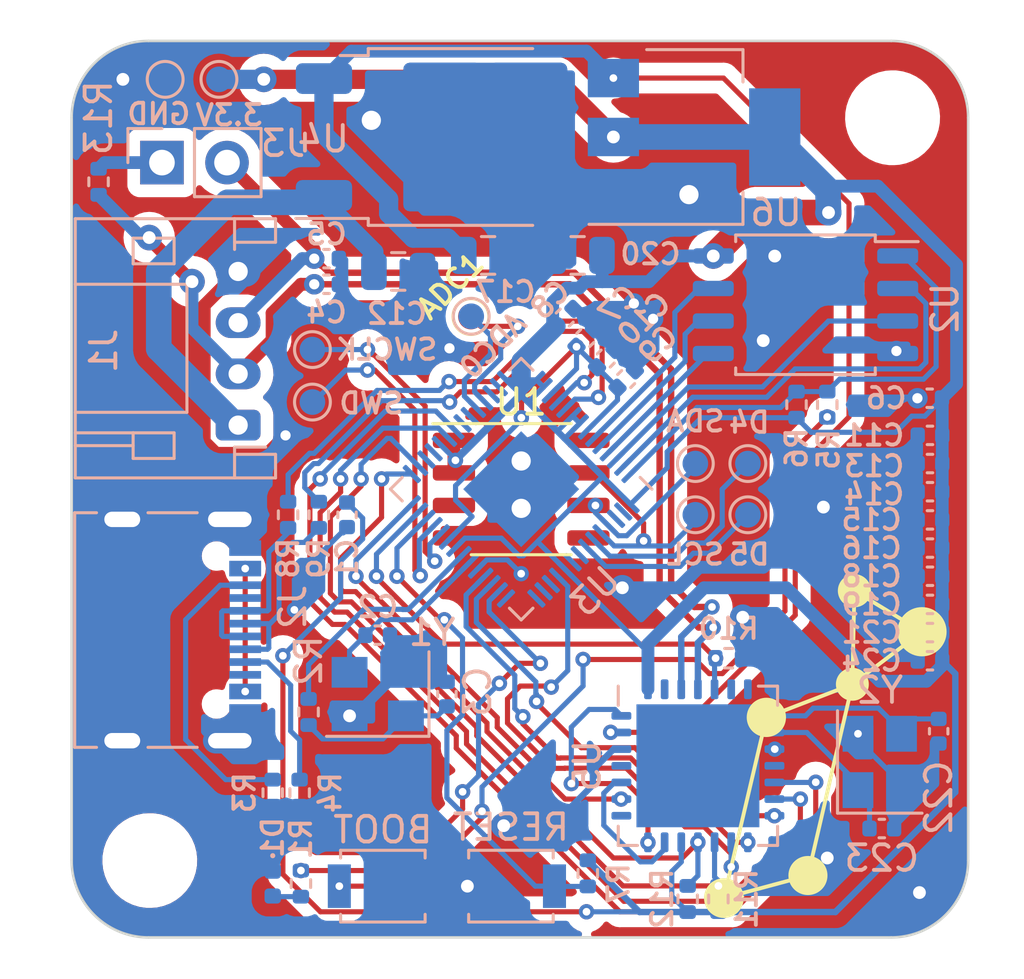
<source format=kicad_pcb>
(kicad_pcb (version 20221018) (generator pcbnew)
  (layers (0 "F.Cu" signal) (31 "B.Cu" signal) (34 "B.Paste" user) (35 "F.Paste" user) (36 "B.SilkS" user "B.Silkscreen") (37 "F.SilkS" user "F.Silkscreen") (38 "B.Mask" user) (39 "F.Mask" user) (44 "Edge.Cuts" user))
  (net 0 "")
  (net 1 "+3.3V")
  (net 2 "GND")
  (net 3 "/XIN")
  (net 4 "Net-(C3-Pad2)")
  (net 5 "/CAN_H")
  (net 6 "/CAN_L")
  (net 7 "+1V1")
  (net 8 "+24V")
  (net 9 "+5V")
  (net 10 "Net-(U5-OSC2)")
  (net 11 "Net-(U5-OSC1)")
  (net 12 "Net-(D1-A)")
  (net 13 "VBUS")
  (net 14 "Net-(J2-CC1)")
  (net 15 "/USB_D+")
  (net 16 "/USB_D-")
  (net 18 "Net-(J2-CC2)")
  (net 20 "Net-(J3-Pin_1)")
  (net 21 "/LED")
  (net 22 "/XOUT")
  (net 23 "/~{USB_BOOT}")
  (net 24 "/QSPI_SS")
  (net 25 "/RUN")
  (net 26 "Net-(U3-USB_DP)")
  (net 27 "Net-(U3-USB_DM)")
  (net 28 "/CAN_STBY")
  (net 29 "/CAN_CS")
  (net 30 "/CAN_RESET")
  (net 31 "/SCL")
  (net 32 "/SDA")
  (net 33 "Net-(U3-SWCLK)")
  (net 34 "Net-(U3-SWD)")
  (net 35 "Net-(U3-GPIO4)")
  (net 36 "Net-(U3-GPIO5)")
  (net 37 "Net-(U3-GPIO26_ADC0)")
  (net 38 "Net-(U3-GPIO27_ADC1)")
  (net 42 "/QSPI_SD1")
  (net 43 "/QSPI_SD2")
  (net 44 "/QSPI_SD0")
  (net 45 "/QSPI_SCK")
  (net 46 "/QSPI_SD3")
  (net 47 "/MISO")
  (net 52 "/SCK")
  (net 53 "/MOSI")
  (net 54 "/TX0RTS")
  (net 57 "/CAN_INT")
  (net 58 "/RX0BF")
  (net 65 "Net-(U5-TXD)")
  (net 66 "Net-(U5-RXD)")
  (footprint "MountingHole:MountingHole_3.2mm_M3_DIN965" (layer "F.Cu") (at 52 23)
    (fp_text reference "H2" hide)
    (fp_text value "MountingHole")
  )
  (footprint "MountingHole:MountingHole_3.2mm_M3_DIN965" (layer "F.Cu") (at 23 52)
    (fp_text reference "H1" hide)
    (fp_text value "MountingHole")
  )
  (footprint "Package_SO:SOP-8_3.9x4.9mm_P1.27mm" (layer "F.Cu") (at 37.5 37.5)
    (fp_text reference "U1")
    (fp_text value "MT6701-CT")
  )
  (footprint "TestPoint:TestPoint_Pad_D1.0mm" (layer "F.Cu") (at 35.5374 30.7616 -90)
    (fp_text reference "ADC1")
    (fp_text value "ADC1")
  )
  (footprint "Capacitor_SMD:C_0402_1005Metric" (layer "B.Cu") (at 53.46 35.4)
    (fp_text reference "C11")
    (fp_text value "100n")
  )
  (footprint "Resistor_SMD:R_0402_1005Metric" (layer "B.Cu") (at 45.2 53.5 90)
    (fp_text reference "R11")
    (fp_text value "10k")
  )
  (footprint "Resistor_SMD:R_0402_1005Metric" (layer "B.Cu") (at 28.4 38.5 90)
    (fp_text reference "R8")
    (fp_text value "27")
  )
  (footprint "Crystal:Crystal_SMD_3225-4Pin_3.2x2.5mm" (layer "B.Cu") (at 51.5 48.15 90)
    (fp_text reference "Y2")
    (fp_text value "16MHz/12pF")
  )
  (footprint "Capacitor_SMD:C_0402_1005Metric" (layer "B.Cu") (at 51.58 50.75)
    (fp_text reference "C23")
    (fp_text value "22p")
  )
  (footprint "TestPoint:TestPoint_Pad_D1.0mm" (layer "B.Cu") (at 29.35 34.1 -90)
    (fp_text reference "SWD")
    (fp_text value "SWD")
  )
  (footprint "TestPoint:TestPoint_Pad_D1.0mm" (layer "B.Cu") (at 29.35 32.05 -90)
    (fp_text reference "SWCLK")
    (fp_text value "SWCLK")
  )
  (footprint "Capacitor_SMD:C_0402_1005Metric" (layer "B.Cu") (at 29.9 29.5)
    (fp_text reference "C4")
    (fp_text value "47p")
  )
  (footprint "Capacitor_SMD:C_0402_1005Metric" (layer "B.Cu") (at 41.6 33.2 45)
    (fp_text reference "C9")
    (fp_text value "100n")
  )
  (footprint "Capacitor_SMD:C_0402_1005Metric" (layer "B.Cu") (at 29.9 28.5)
    (fp_text reference "C5")
    (fp_text value "47p")
  )
  (footprint "Capacitor_SMD:C_0805_2012Metric" (layer "B.Cu") (at 32.7 29)
    (fp_text reference "C12")
    (fp_text value "0.33u/50V")
  )
  (footprint "Capacitor_SMD:C_0805_2012Metric" (layer "B.Cu") (at 36.208 28.374)
    (fp_text reference "C17")
    (fp_text value "10u")
  )
  (footprint "TestPoint:TestPoint_Pad_D1.0mm" (layer "B.Cu") (at 23.6 21.5)
    (fp_text reference "GND")
    (fp_text value "GND")
  )
  (footprint "Capacitor_SMD:C_0402_1005Metric" (layer "B.Cu") (at 53.46 37.6)
    (fp_text reference "C14")
    (fp_text value "100n")
  )
  (footprint "Package_TO_SOT_SMD:SOT-223-3_TabPin2" (layer "B.Cu") (at 44.25 23.75)
    (fp_text reference "U6")
    (fp_text value "NCP1117-3.3_SOT223")
  )
  (footprint "Resistor_SMD:R_0402_1005Metric" (layer "B.Cu") (at 40.1 52.5 -90)
    (fp_text reference "R7")
    (fp_text value "10k")
  )
  (footprint "Capacitor_SMD:C_0402_1005Metric" (layer "B.Cu") (at 53.8 46.95 -90)
    (fp_text reference "C22")
    (fp_text value "22p")
  )
  (footprint "Button_Switch_SMD:SW_SPST_B3U-1000P" (layer "B.Cu") (at 32.1 53 180)
    (fp_text reference "BOOT")
    (fp_text value "USB_BOOT")
  )
  (footprint "Crystal:Crystal_SMD_3225-4Pin_3.2x2.5mm" (layer "B.Cu") (at 31.9 45.5 180)
    (fp_text reference "Y1")
    (fp_text value "12MHz/12pF")
  )
  (footprint "Package_DFN_QFN:QFN-56-1EP_7x7mm_P0.4mm_EP3.2x3.2mm" (layer "B.Cu") (at 37.5 37.5 135)
    (fp_text reference "U3")
    (fp_text value "RP2040")
  )
  (footprint "Resistor_SMD:R_0402_1005Metric" (layer "B.Cu") (at 21 25.5 -90)
    (fp_text reference "R13")
    (fp_text value "120")
  )
  (footprint "Capacitor_SMD:C_0402_1005Metric" (layer "B.Cu") (at 53.46 39.8)
    (fp_text reference "C16")
    (fp_text value "100n")
  )
  (footprint "Button_Switch_SMD:SW_SPST_B3U-1000P" (layer "B.Cu") (at 37.1 53)
    (fp_text reference "RESET")
    (fp_text value "RESET")
  )
  (footprint "TestPoint:TestPoint_Pad_D1.0mm" (layer "B.Cu") (at 44.3 36.5 -90)
    (fp_text reference "SDA")
    (fp_text value "SDA")
  )
  (footprint "Connector_USB:USB_C_Receptacle_G-Switch_GT-USB-7010ASV" (layer "B.Cu") (at 23 43 90)
    (fp_text reference "J2")
    (fp_text value "USB C Receptacle")
  )
  (footprint "LED_SMD:LED_0402_1005Metric" (layer "B.Cu") (at 27.8 52.9 -90)
    (fp_text reference "D1")
    (fp_text value "LED")
  )
  (footprint "Capacitor_SMD:C_0402_1005Metric" (layer "B.Cu") (at 53.46 36.5)
    (fp_text reference "C13")
    (fp_text value "100n")
  )
  (footprint "Resistor_SMD:R_0402_1005Metric" (layer "B.Cu") (at 28.9 52.9 90)
    (fp_text reference "R1")
    (fp_text value "10k")
  )
  (footprint "Capacitor_SMD:C_0402_1005Metric" (layer "B.Cu") (at 40.8 32.4 45)
    (fp_text reference "C10")
    (fp_text value "100n")
  )
  (footprint "Package_TO_SOT_SMD:TO-252-2" (layer "B.Cu") (at 34.84 23.75)
    (fp_text reference "U4")
    (fp_text value "KA78M05_TO252")
  )
  (footprint "Capacitor_SMD:C_0402_1005Metric" (layer "B.Cu") (at 53.46 43.1)
    (fp_text reference "C21")
    (fp_text value "100n")
  )
  (footprint "Connector_PinHeader_2.54mm:PinHeader_1x02_P2.54mm_Vertical" (layer "B.Cu") (at 23.475 24.75 -90)
    (fp_text reference "J3")
    (fp_text value "120TR")
  )
  (footprint "Capacitor_SMD:C_0402_1005Metric" (layer "B.Cu") (at 39.2 30.8 -135)
    (fp_text reference "C8")
    (fp_text value "1u")
  )
  (footprint "Capacitor_SMD:C_0402_1005Metric" (layer "B.Cu") (at 31.9 43.200001 180)
    (fp_text reference "C2")
    (fp_text value "22p")
  )
  (footprint "Package_DFN_QFN:QFN-28-1EP_6x6mm_P0.65mm_EP4.8x4.8mm" (layer "B.Cu") (at 44.4 48.3 -90)
    (fp_text reference "U5")
    (fp_text value "MCP25625-x-SS")
  )
  (footprint "TestPoint:TestPoint_Pad_D1.0mm" (layer "B.Cu") (at 46.35 38.5 -90)
    (fp_text reference "D5")
    (fp_text value "D5")
  )
  (footprint "Resistor_SMD:R_0402_1005Metric" (layer "B.Cu") (at 48.25 34.2 -90)
    (fp_text reference "R6")
    (fp_text value "10K")
  )
  (footprint "Capacitor_SMD:C_0402_1005Metric" (layer "B.Cu") (at 53.46 38.7)
    (fp_text reference "C15")
    (fp_text value "100n")
  )
  (footprint "Resistor_SMD:R_0402_1005Metric" (layer "B.Cu") (at 45.6 44.1 180)
    (fp_text reference "R10")
    (fp_text value "10k")
  )
  (footprint "Connector_JST:JST_PH_S4B-PH-K_1x04_P2.00mm_Horizontal" (layer "B.Cu") (at 26.45 35 90)
    (fp_text reference "J1")
    (fp_text value "JST PH 01x04")
  )
  (footprint "Package_SO:SOIC-8_5.23x5.23mm_P1.27mm" (layer "B.Cu") (at 48.6 30.3 180)
    (fp_text reference "U2")
    (fp_text value "W25Q128JVS")
  )
  (footprint "TestPoint:TestPoint_Pad_D1.0mm" (layer "B.Cu") (at 25.7 21.5)
    (fp_text reference "3.3V")
    (fp_text value "3.3V")
  )
  (footprint "Capacitor_SMD:C_0402_1005Metric" (layer "B.Cu") (at 53.45 33.95 180)
    (fp_text reference "C6")
    (fp_text value "100n")
  )
  (footprint "Resistor_SMD:R_0402_1005Metric" (layer "B.Cu") (at 29.6 38.5 90)
    (fp_text reference "R9")
    (fp_text value "27")
  )
  (footprint "TestPoint:TestPoint_Pad_D1.0mm" (layer "B.Cu") (at 35.55 30.75 180)
    (fp_text reference "ADC0")
    (fp_text value "ADC0")
  )
  (footprint "Resistor_SMD:R_0402_1005Metric" (layer "B.Cu") (at 27.8 49.35 -90)
    (fp_text reference "R3")
    (fp_text value "5.1k")
  )
  (footprint "Capacitor_SMD:C_0402_1005Metric" (layer "B.Cu") (at 34.6 45.500001 -90)
    (fp_text reference "C3")
    (fp_text value "22p")
  )
  (footprint "TestPoint:TestPoint_Pad_D1.0mm" (layer "B.Cu") (at 46.35 36.5 90)
    (fp_text reference "D4")
    (fp_text value "D4")
  )
  (footprint "TestPoint:TestPoint_Pad_D1.0mm" (layer "B.Cu") (at 44.3 38.5 -90)
    (fp_text reference "SCL")
    (fp_text value "SCL")
  )
  (footprint "Capacitor_SMD:C_0402_1005Metric" (layer "B.Cu") (at 53.46 42)
    (fp_text reference "C19")
    (fp_text value "100n")
  )
  (footprint "Resistor_SMD:R_0402_1005Metric" (layer "B.Cu") (at 44 53.5 90)
    (fp_text reference "R12")
    (fp_text value "10k")
  )
  (footprint "Capacitor_SMD:C_0402_1005Metric" (layer "B.Cu") (at 53.46 44.2)
    (fp_text reference "C24")
    (fp_text value "100n")
  )
  (footprint "Resistor_SMD:R_0402_1005Metric" (layer "B.Cu") (at 49.45 34.2 90)
    (fp_text reference "R5")
    (fp_text value "1K")
  )
  (footprint "Capacitor_SMD:C_0402_1005Metric" (layer "B.Cu") (at 53.46 40.9)
    (fp_text reference "C18")
    (fp_text value "100n")
  )
  (footprint "Resistor_SMD:R_0402_1005Metric" (layer "B.Cu") (at 29.2 46.200001 90)
    (fp_text reference "R2")
    (fp_text value "1k")
  )
  (footprint "Capacitor_SMD:C_0402_1005Metric" (layer "B.Cu") (at 40 31.6 45)
    (fp_text reference "C7")
    (fp_text value "1u")
  )
  (footprint "Resistor_SMD:R_0402_1005Metric" (layer "B.Cu") (at 28.85 49.35 -90)
    (fp_text reference "R4")
    (fp_text value "5.1k")
  )
  (footprint "Capacitor_SMD:C_0402_1005Metric" (layer "B.Cu") (at 30.7 38.5 -90)
    (fp_text reference "C1")
    (fp_text value "0.1u")
  )
  (footprint "Capacitor_SMD:C_0805_2012Metric" (layer "B.Cu") (at 39.703 28.374 180)
    (fp_text reference "C20")
    (fp_text value "10u")
  )
  (gr_line (start 45.413806 53.465306) (end 48.695972 52.583595) (stroke (width 0.15)) (layer "F.SilkS"))
  (gr_line (start 47.072603 46.410364) (end 45.413806 53.465306) (stroke (width 0.15)) (layer "F.SilkS"))
  (gr_circle (center 53.148262 43.066601) (end 52.262049 43.066601) (stroke (width 0.15)) (fill solid) (layer "F.SilkS"))
  (gr_line (start 50.43 45.117969) (end 53.148262 43.066601) (stroke (width 0.15)) (layer "F.SilkS"))
  (gr_circle (center 45.413806 53.465306) (end 44.712598 53.465306) (stroke (width 0.15)) (fill solid) (layer "F.SilkS"))
  (gr_line (start 50.43 45.117969) (end 47.072603 46.410364) (stroke (width 0.15)) (layer "F.SilkS"))
  (gr_circle (center 50.43 45.117969) (end 49.862031 45.117969) (stroke (width 0.15)) (fill solid) (layer "F.SilkS"))
  (gr_circle (center 50.510445 41.465306) (end 49.938391 41.465306) (stroke (width 0.15)) (fill solid) (layer "F.SilkS"))
  (gr_circle (center 48.695972 52.583595) (end 48.008008 52.583595) (stroke (width 0.15)) (fill solid) (layer "F.SilkS"))
  (gr_line (start 50.43 45.117969) (end 48.695972 52.583595) (stroke (width 0.15)) (layer "F.SilkS"))
  (gr_line (start 50.510445 41.465306) (end 53.148262 43.066601) (stroke (width 0.15)) (layer "F.SilkS"))
  (gr_circle (center 47.072603 46.410364) (end 46.380407 46.410364) (stroke (width 0.15)) (fill solid) (layer "F.SilkS"))
  (gr_line (start 50.510445 41.465306) (end 50.43 45.117969) (stroke (width 0.15)) (layer "F.SilkS"))
  (gr_arc (start 22.95 55) (mid 20.82868 54.12132) (end 19.95 52) (stroke (width 0.1)) (layer "Edge.Cuts"))
  (gr_arc (start 19.95 23) (mid 20.82868 20.87868) (end 22.95 20) (stroke (width 0.1)) (layer "Edge.Cuts"))
  (gr_line (start 19.95 52) (end 19.95 23) (stroke (width 0.1)) (layer "Edge.Cuts"))
  (gr_arc (start 54.95 52) (mid 54.07132 54.12132) (end 51.95 55) (stroke (width 0.1)) (layer "Edge.Cuts"))
  (gr_line (start 51.95 55) (end 22.95 55) (stroke (width 0.1)) (layer "Edge.Cuts"))
  (gr_line (start 22.95 20) (end 51.95 20) (stroke (width 0.1)) (layer "Edge.Cuts"))
  (gr_line (start 54.95 23) (end 54.95 52) (stroke (width 0.1)) (layer "Edge.Cuts"))
  (gr_arc (start 51.95 20) (mid 54.07132 20.87868) (end 54.95 23) (stroke (width 0.1)) (layer "Edge.Cuts"))
  (segment (start 28.196411 52.53494) (end 29.661471 54) (width 0.2) (layer "F.Cu") (net 1))
  (segment (start 34.875 35.595) (end 34.875 36.865) (width 0.5) (layer "F.Cu") (net 1))
  (segment (start 28.196411 44.003589) (end 28.196411 52.53494) (width 0.2) (layer "F.Cu") (net 1))
  (segment (start 49.5 26.7) (end 46.695 26.7) (width 1) (layer "F.Cu") (net 1))
  (segment (start 27.45 21.5) (end 38.85 21.5) (width 0.75) (layer "F.Cu") (net 1))
  (segment (start 46.695 26.7) (end 45 28.395) (width 1) (layer "F.Cu") (net 1))
  (segment (start 38.85 21.5) (end 41.1 23.75) (width 0.75) (layer "F.Cu") (net 1))
  (segment (start 29.661471 54) (end 40.05 54) (width 0.2) (layer "F.Cu") (net 1))
  (via (at 34.932884 36.374387) (size 0.6) (drill 0.3) (layers "F.Cu" "B.Cu") (net 1))
  (via (at 41.1 23.75) (size 1) (drill 0.5) (layers "F.Cu" "B.Cu") (net 1))
  (via (at 40.05 54) (size 0.6) (drill 0.3) (layers "F.Cu" "B.Cu") (net 1))
  (via (at 45 28.395) (size 1) (drill 0.5) (layers "F.Cu" "B.Cu") (net 1))
  (via (at 28.196411 44.003589) (size 0.6) (drill 0.3) (layers "F.Cu" "B.Cu") (net 1))
  (via (at 27.45 21.5) (size 1) (drill 0.5) (layers "F.Cu" "B.Cu") (net 1))
  (via (at 49.5 26.7) (size 1) (drill 0.5) (layers "F.Cu" "B.Cu") (net 1))
  (segment (start 38.092202 33.230843) (end 37.511522 33.811523) (width 0.2) (layer "B.Cu") (net 1))
  (segment (start 52.12 35.28) (end 52.75 34.65) (width 0.2) (layer "B.Cu") (net 1))
  (segment (start 54.5 33.38) (end 53.94 33.94) (width 0.5) (layer "B.Cu") (net 1))
  (segment (start 53.93 33.95) (end 53.94 33.96) (width 0.5) (layer "B.Cu") (net 1))
  (segment (start 40.05 54) (end 42.11 54) (width 0.2) (layer "B.Cu") (net 1))
  (segment (start 53.94 35.4) (end 53.94 44.2) (width 0.5) (layer "B.Cu") (net 1))
  (segment (start 38.375045 33.513686) (end 37.802208 34.086523) (width 0.2) (layer "B.Cu") (net 1))
  (segment (start 37.802208 34.086523) (end 37.763477 34.086523) (width 0.25) (layer "B.Cu") (net 1))
  (segment (start 39.506415 34.645056) (end 39.789258 34.927899) (width 0.2) (layer "B.Cu") (net 1))
  (segment (start 40.688477 37.011523) (end 39.188477 35.511523) (width 0.25) (layer "B.Cu") (net 1))
  (segment (start 54.5 28.745406) (end 54.5 33.38) (width 0.5) (layer "B.Cu") (net 1))
  (segment (start 43.38 52.42533) (end 43.38 53.39) (width 0.2) (layer "B.Cu") (net 1))
  (segment (start 48.82 35.28) (end 52.12 35.28) (width 0.2) (layer "B.Cu") (net 1))
  (segment (start 39.762584 29.651386) (end 40.01397 29.4) (width 0.5) (layer "B.Cu") (net 1))
  (segment (start 42.45 45.3125) (end 42.45 43.864213) (width 0.2) (layer "B.Cu") (net 1))
  (segment (start 41.769157 38.092202) (end 43.2 36.661359) (width 0.2) (layer "B.Cu") (net 1))
  (segment (start 37.5 33.230843) (end 36.907798 33.230843) (width 0.2) (layer "B.Cu") (net 1))
  (segment (start 52.75 34.65) (end 53.25995 34.65) (width 0.2) (layer "B.Cu") (net 1))
  (segment (start 43.486371 28.395) (end 45 28.395) (width 0.5) (layer "B.Cu") (net 1))
  (segment (start 42.11 54) (end 42.12 54.01) (width 0.2) (layer "B.Cu") (net 1))
  (segment (start 38.914948 35.236523) (end 38.913477 35.236523) (width 0.2) (layer "B.Cu") (net 1))
  (segment (start 53.94 44.384386) (end 53.324386 45) (width 0.5) (layer "B.Cu") (net 1))
  (segment (start 43.2 36.661359) (end 43.2 36.042644) (width 0.2) (layer "B.Cu") (net 1))
  (segment (start 37.5 33.4) (end 37.5 32.5) (width 0.75) (layer "B.Cu") (net 1))
  (segment (start 40.674777 37.011523) (end 40.688477 37.011523) (width 0.2) (layer "B.Cu") (net 1))
  (segment (start 49.475 25.825) (end 47.4 23.75) (width 1) (layer "B.Cu") (net 1))
  (segment (start 53.93 33.97995) (end 53.93 33.95) (width 0.2) (layer "B.Cu") (net 1))
  (segment (start 49.767609 54.01) (end 54.45 49.327609) (width 0.25) (layer "B.Cu") (net 1))
  (segment (start 39.506415 34.645056) (end 38.914948 35.236523) (width 0.2) (layer "B.Cu") (net 1))
  (segment (start 47.4 23.75) (end 41.1 23.75) (width 1) (layer "B.Cu") (net 1))
  (segment (start 37.412994 40.1) (end 37.5863 40.1) (width 0.2) (layer "B.Cu") (net 1))
  (segment (start 53.324386 45) (end 51.5 45) (width 0.5) (layer "B.Cu") (net 1))
  (segment (start 40.6682 29.4) (end 42.481371 29.4) (width 0.5) (layer "B.Cu") (net 1))
  (segment (start 37.5 32.5) (end 38.860589 31.139411) (width 0.75) (layer "B.Cu") (net 1))
  (segment (start 40.01397 29.4) (end 40.6682 29.4) (width 0.5) (layer "B.Cu") (net 1))
  (segment (start 42.12 54.01) (end 44 54.01) (width 0.25) (layer "B.Cu") (net 1))
  (segment (start 49.5 26.7) (end 49.475 25.825) (width 1) (layer "B.Cu") (net 1))
  (segment (start 38.847056 38.839244) (end 40.674777 37.011523) (width 0.2) (layer "B.Cu") (net 1))
  (segment (start 38.860589 31.139411) (end 38.730208 31.00903) (width 0.5) (layer "B.Cu") (net 1))
  (segment (start 54.45 44.71) (end 53.94 44.2) (width 0.25) (layer "B.Cu") (net 1))
  (segment (start 34.932884 36.367116) (end 37.488477 33.811523) (width 0.3) (layer "B.Cu") (net 1))
  (segment (start 39.273812 29.651386) (end 39.762584 29.651386) (width 0.5) (layer "B.Cu") (net 1))
  (segment (start 53.94 44.2) (end 53.94 44.384386) (width 0.5) (layer "B.Cu") (net 1))
  (segment (start 34.932884 36.347097) (end 34.932884 36.374387) (width 0.2) (layer "B.Cu") (net 1))
  (segment (start 30.7 38.02) (end 31.31 38.63) (width 0.2) (layer "B.Cu") (net 1))
  (segment (start 37.763477 34.086523) (end 37.488477 33.811523) (width 0.25) (layer "B.Cu") (net 1))
  (segment (start 36.725736 39.412742) (end 37.412994 40.1) (width 0.2) (layer "B.Cu") (net 1))
  (segment (start 47.4 23.8) (end 47.4 23.75) (width 0.5) (layer "B.Cu") (net 1))
  (segment (start 42.45 43.55) (end 42.45 45.3125) (width 0.5) (layer "B.Cu") (net 1))
  (segment (start 37.511522 33.811523) (end 37.488477 33.811523) (width 0.2) (layer "B.Cu") (net 1))
  (segment (start 39.223573 40.637786) (end 38.14315 39.557363) (width 0.2) (layer "B.Cu") (net 1))
  (segment (start 38.375045 33.513686) (end 38.092202 33.230843) (width 0.2) (layer "B.Cu") (net 1))
  (segment (start 39.789258 34.927899) (end 39.205634 35.511523) (width 0.2) (layer "B.Cu") (net 1))
  (segment (start 49.27 25.67) (end 51.424594 25.67) (width 0.5) (layer "B.Cu") (net 1))
  (segment (start 30.450497 40.306862) (end 30.450497 41.749503) (width 0.2) (layer "B.Cu") (net 1))
  (segment (start 41.769157 38.092202) (end 40.688477 37.011523) (width 0.2) (layer "B.Cu") (net 1))
  (segment (start 44.2 41.788839) (end 44.2 41.8) (width 0.5) (layer "B.Cu") (net 1))
  (segment (start 44.638839 41.35) (end 44.2 41.788839) (width 0.5) (layer "B.Cu") (net 1))
  (segment (start 38.730208 30.19499) (end 39.273812 29.651386) (width 0.5) (layer "B.Cu") (net 1))
  (segment (start 39.205634 35.511523) (end 39.188477 35.511523) (width 0.2) (layer "B.Cu") (net 1))
  (segment (start 40.6632 28.3232) (end 40.6632 29.395) (width 0.5) (layer "B.Cu") (net 1))
  (segment (start 37.488477 33.811523) (end 36.907798 33.230843) (width 0.2) (layer "B.Cu") (net 1))
  (segment (start 44.532644 34.71) (end 48.25 34.71) (width 0.2) (layer "B.Cu") (net 1))
  (segment (start 49.475 26.7) (end 49.5 26.7) (width 1) (layer "B.Cu") (net 1))
  (segment (start 34.927899 39.789258) (end 35.304417 39.412742) (width 0.2) (layer "B.Cu") (net 1))
  (segment (start 54.45 49.327609) (end 54.45 44.71) (width 0.25) (layer "B.Cu") (net 1))
  (segment (start 34.932884 36.374387) (end 34.932884 36.367116) (width 0.2) (layer "B.Cu") (net 1))
  (segment (start 42.481371 29.4) (end 43.486371 28.395) (width 0.5) (layer "B.Cu") (net 1))
  (segment (start 38.092202 33.230843) (end 37.5 33.230843) (width 0.2) (layer "B.Cu") (net 1))
  (segment (start 51.5 45) (end 47.85 41.35) (width 0.5) (layer "B.Cu") (net 1))
  (segment (start 35.304417 39.412742) (end 36.725736 39.412742) (width 0.2) (layer "B.Cu") (net 1))
  (segment (start 53.94 33.96) (end 53.94 35.4) (width 0.5) (layer "B.Cu") (net 1))
  (segment (start 51.424594 25.67) (end 54.5 28.745406) (width 0.5) (layer "B.Cu") (net 1))
  (segment (start 53.25995 34.65) (end 53.93 33.97995) (width 0.2) (layer "B.Cu") (net 1))
  (segment (start 45.2 54.01) (end 49.767609 54.01) (width 0.25) (layer "B.Cu") (net 1))
  (segment (start 47.85 41.35) (end 44.638839 41.35) (width 0.5) (layer "B.Cu") (net 1))
  (segment (start 40.1 51.99) (end 42.12 54.01) (width 0.25) (layer "B.Cu") (net 1))
  (segment (start 42.45 43.864213) (end 39.223573 40.637786) (width 0.2) (layer "B.Cu") (net 1))
  (segment (start 40.6632 29.395) (end 40.6682 29.4) (width 0.5) (layer "B.Cu") (net 1))
  (segment (start 43.2 36.042644) (end 44.532644 34.71) (width 0.2) (layer "B.Cu") (net 1))
  (segment (start 30.450497 41.749503) (end 28.196411 44.003589) (width 0.2) (layer "B.Cu") (net 1))
  (segment (start 43.75 52.05533) (end 43.38 52.42533) (width 0.2) (layer "B.Cu") (net 1))
  (segment (start 38.913477 35.236523) (end 37.763477 34.086523) (width 0.25) (layer "B.Cu") (net 1))
  (segment (start 31.31 39.447359) (end 30.450497 40.306862) (width 0.2) (layer "B.Cu") (net 1))
  (segment (start 43.38 53.39) (end 44 54.01) (width 0.2) (layer "B.Cu") (net 1))
  (segment (start 38.730208 31.00903) (end 38.730208 30.19499) (width 0.5) (layer "B.Cu") (net 1))
  (segment (start 44 54.01) (end 45.2 54.01) (width 0.25) (layer "B.Cu") (net 1))
  (segment (start 44.2 41.8) (end 42.45 43.55) (width 0.5) (layer "B.Cu") (net 1))
  (segment (start 48.25 34.71) (end 48.82 35.28) (width 0.2) (layer "B.Cu") (net 1))
  (segment (start 25.7 21.5) (end 27.45 21.5) (width 0.75) (layer "B.Cu") (net 1))
  (segment (start 34.362214 35.776427) (end 34.932884 36.347097) (width 0.2) (layer "B.Cu") (net 1))
  (segment (start 31.31 38.63) (end 31.31 39.447359) (width 0.2) (layer "B.Cu") (net 1))
  (segment (start 37.5863 40.1) (end 38.847056 38.839244) (width 0.2) (layer "B.Cu") (net 1))
  (segment (start 39.188477 35.511523) (end 38.913477 35.236523) (width 0.25) (layer "B.Cu") (net 1))
  (segment (start 43.75 51.2875) (end 43.75 52.05533) (width 0.2) (layer "B.Cu") (net 1))
  (segment (start 27.6 36.1) (end 28.3 35.4) (width 0.5) (layer "F.Cu") (net 2))
  (segment (start 37.5 40.8) (end 37.5 38.25) (width 0.2) (layer "F.Cu") (net 2))
  (segment (start 26.45 29) (end 25.125 30.325) (width 0.5) (layer "F.Cu") (net 2))
  (segment (start 25.125 30.325) (end 25.125 35.639949) (width 0.5) (layer "F.Cu") (net 2))
  (segment (start 36.818411 50.637747) (end 36.818411 51.581589) (width 0.25) (layer "F.Cu") (net 2))
  (segment (start 52.97 32.92) (end 52.97 33.95) (width 0.5) (layer "F.Cu") (net 2))
  (segment (start 50.05 47.65) (end 50.65 47.05) (width 0.2) (layer "F.Cu") (net 2))
  (segment (start 47.4 47.65) (end 50.05 47.65) (width 0.2) (layer "F.Cu") (net 2))
  (segment (start 25.585051 36.1) (end 27.6 36.1) (width 0.5) (layer "F.Cu") (net 2))
  (segment (start 25.125 35.639949) (end 25.585051 36.1) (width 0.5) (layer "F.Cu") (net 2))
  (segment (start 52.15 32.1055) (end 52.1555 32.1055) (width 0.5) (layer "F.Cu") (net 2))
  (segment (start 36.818411 51.581589) (end 35.4 53) (width 0.25) (layer "F.Cu") (net 2))
  (segment (start 52.1555 32.1055) (end 52.97 32.92) (width 0.5) (layer "F.Cu") (net 2))
  (via (at 52.97 33.95) (size 0.8) (drill 0.4) (layers "F.Cu" "B.Cu") (net 2))
  (via (at 30.8 46.35) (size 1) (drill 0.5) (layers "F.Cu" "B.Cu") (net 2))
  (via (at 49.3 38.2) (size 1) (drill 0.5) (layers "F.Cu" "B.Cu") (net 2))
  (via (at 44.05 26) (size 1.5) (drill 0.75) (layers "F.Cu" "B.Cu") (net 2))
  (via (at 28.6445 42.213225) (size 0.6) (drill 0.3) (layers "F.Cu" "B.Cu") (net 2))
  (via (at 53.05 53.25) (size 1) (drill 0.5) (layers "F.Cu" "B.Cu") (net 2))
  (via (at 28.3 35.4) (size 0.8) (drill 0.4) (layers "F.Cu" "B.Cu") (net 2))
  (via (at 47.4 47.65) (size 0.6) (drill 0.3) (layers "F.Cu" "B.Cu") (net 2))
  (via (at 52.15 32.1055) (size 0.8) (drill 0.4) (layers "F.Cu" "B.Cu") (net 2))
  (via (at 46.15 42.5) (size 1) (drill 0.5) (layers "F.Cu" "B.Cu") (net 2))
  (via (at 31.65 23.1) (size 1.5) (drill 0.75) (layers "F.Cu" "B.Cu") (net 2))
  (via (at 35.4 53) (size 1) (drill 0.5) (layers "F.Cu" "B.Cu") (net 2))
  (via (at 47.4 28.4) (size 1) (drill 0.5) (layers "F.Cu" "B.Cu") (net 2))
  (via (at 37.5 40.8) (size 0.6) (drill 0.3) (layers "F.Cu" "B.Cu") (net 2))
  (via (at 34.7 32) (size 0.8) (drill 0.4) (layers "F.Cu" "B.Cu") (net 2))
  (via (at 36.818411 50.637747) (size 1) (drill 0.5) (layers "F.Cu" "B.Cu") (net 2))
  (via (at 49.45 51.9) (size 1) (drill 0.5) (layers "F.Cu" "B.Cu") (net 2))
  (via (at 37.5 38.25) (size 1.5) (drill 0.75) (layers "F.Cu" "B.Cu") (net 2))
  (via (at 50.65 47.05) (size 0.6) (drill 0.3) (layers "F.Cu" "B.Cu") (net 2))
  (via (at 41.45 41.35) (size 1) (drill 0.5) (layers "F.Cu" "B.Cu") (net 2))
  (via (at 21.95 21.5) (size 1) (drill 0.5) (layers "F.Cu" "B.Cu") (net 2))
  (via (at 41.9 30.25) (size 0.8) (drill 0.4) (layers "F.Cu" "B.Cu") (net 2))
  (via (at 42.65 30.85) (size 0.8) (drill 0.4) (layers "F.Cu" "B.Cu") (net 2))
  (via (at 37.5 36.4) (size 1.5) (drill 0.75) (layers "F.Cu" "B.Cu") (net 2))
  (via (at 46.95 31.7) (size 1) (drill 0.5) (layers "F.Cu" "B.Cu") (net 2))
  (segment (start 40.3 48.459315) (end 40.3 49.05) (width 0.25) (layer "B.Cu") (net 2))
  (segment (start 44.448889 40.55) (end 46.95 40.55) (width 0.5) (layer "B.Cu") (net 2))
  (segment (start 35.776427 40.637786) (end 36.152945 40.26127) (width 0.2) (layer "B.Cu") (net 2))
  (segment (start 43.648889 41.35) (end 44.448889 40.55) (width 0.5) (layer "B.Cu") (net 2))
  (segment (start 50.65 47.05) (end 50.65 47.3) (width 0.2) (layer "B.Cu") (net 2))
  (segment (start 36.96127 40.26127) (end 37.5 40.8) (width 0.2) (layer "B.Cu") (net 2))
  (segment (start 28.6445 41.0355) (end 30.7 38.98) (width 0.2) (layer "B.Cu") (net 2))
  (segment (start 41.4125 47.65) (end 41.109315 47.65) (width 0.25) (layer "B.Cu") (net 2))
  (segment (start 28.6445 42.213225) (end 28.6445 41.0355) (width 0.2) (layer "B.Cu") (net 2))
  (segment (start 36.152945 40.26127) (end 36.96127 40.26127) (width 0.2) (layer "B.Cu") (net 2))
  (segment (start 47.3875 47.65) (end 47.4 47.65) (width 0.2) (layer "B.Cu") (net 2))
  (segment (start 52.35 49) (end 52.35 49.25) (width 0.2) (layer "B.Cu") (net 2))
  (segment (start 52.2 32.1555) (end 52.15 32.1055) (width 0.5) (layer "B.Cu") (net 2))
  (segment (start 38.712253 50.637747) (end 36.818411 50.637747) (width 0.25) (layer "B.Cu") (net 2))
  (segment (start 41.45 41.35) (end 43.648889 41.35) (width 0.5) (layer "B.Cu") (net 2))
  (segment (start 50.65 47.3) (end 52.35 49) (width 0.2) (layer "B.Cu") (net 2))
  (segment (start 46.95 40.55) (end 49.3 38.2) (width 0.5) (layer "B.Cu") (net 2))
  (segment (start 30.8 46.35) (end 31 46.35) (width 0.25) (layer "B.Cu") (net 2))
  (segment (start 31 46.35) (end 32.7 44.65) (width 0.4) (layer "B.Cu") (net 2))
  (segment (start 41.109315 47.65) (end 40.3 48.459315) (width 0.25) (layer "B.Cu") (net 2))
  (segment (start 32.7 44.65) (end 33 44.65) (width 0.25) (layer "B.Cu") (net 2))
  (segment (start 40.3 49.05) (end 38.712253 50.637747) (width 0.25) (layer "B.Cu") (net 2))
  (segment (start 52.2 32.205) (end 52.2 32.1555) (width 0.5) (layer "B.Cu") (net 2))
  (segment (start 30.8 43.820001) (end 31.42 43.200001) (width 0.2) (layer "B.Cu") (net 3))
  (segment (start 32.702254 42.590001) (end 32.03 42.590001) (width 0.2) (layer "B.Cu") (net 3))
  (segment (start 33.248529 42.6) (end 32.712253 42.6) (width 0.2) (layer "B.Cu") (net 3))
  (segment (start 32.03 42.590001) (end 31.42 43.200001) (width 0.2) (layer "B.Cu") (net 3))
  (segment (start 35.493585 40.354944) (end 33.248529 42.6) (width 0.2) (layer "B.Cu") (net 3))
  (segment (start 30.8 44.65) (end 30.8 43.820001) (width 0.2) (layer "B.Cu") (net 3))
  (segment (start 32.712253 42.6) (end 32.702254 42.590001) (width 0.2) (layer "B.Cu") (net 3))
  (segment (start 34.230001 46.35) (end 34.6 45.980001) (width 0.2) (layer "B.Cu") (net 4))
  (segment (start 32.1 47.25) (end 33 46.35) (width 0.2) (layer "B.Cu") (net 4))
  (segment (start 33 46.35) (end 34.230001 46.35) (width 0.2) (layer "B.Cu") (net 4))
  (segment (start 29.739999 47.25) (end 32.1 47.25) (width 0.2) (layer "B.Cu") (net 4))
  (segment (start 29.2 46.710001) (end 29.739999 47.25) (width 0.2) (layer "B.Cu") (net 4))
  (segment (start 44.424226 42.900977) (end 42.904431 41.381182) (width 0.25) (layer "F.Cu") (net 5))
  (segment (start 39.4 29.5) (end 29.42 29.5) (width 0.25) (layer "F.Cu") (net 5))
  (segment (start 44.996345 42.900977) (end 44.424226 42.900977) (width 0.25) (layer "F.Cu") (net 5))
  (segment (start 22.976825 27.676825) (end 22.976825 27.726825) (width 0.5) (layer "F.Cu") (net 5))
  (segment (start 27.775 30.625) (end 28.9 29.5) (width 0.5) (layer "F.Cu") (net 5))
  (segment (start 42.904431 33.004431) (end 39.4 29.5) (width 0.25) (layer "F.Cu") (net 5))
  (segment (start 27.775 31.675) (end 27.775 30.625) (width 0.5) (layer "F.Cu") (net 5))
  (segment (start 22.976825 27.726825) (end 24.648175 29.398175) (width 0.5) (layer "F.Cu") (net 5))
  (segment (start 28.9 29.5) (end 29.42 29.5) (width 0.5) (layer "F.Cu") (net 5))
  (segment (start 26.45 33) (end 27.775 31.675) (width 0.5) (layer "F.Cu") (net 5))
  (segment (start 42.904431 41.381182) (end 42.904431 33.004431) (width 0.25) (layer "F.Cu") (net 5))
  (via (at 44.996345 42.900977) (size 0.6) (drill 0.3) (layers "F.Cu" "B.Cu") (net 5))
  (via (at 24.648175 29.398175) (size 1) (drill 0.5) (layers "F.Cu" "B.Cu") (net 5))
  (via (at 29.42 29.5) (size 0.8) (drill 0.4) (layers "F.Cu" "B.Cu") (net 5))
  (via (at 22.976825 27.676825) (size 1) (drill 0.5) (layers "F.Cu" "B.Cu") (net 5))
  (segment (start 24.648175 31.198175) (end 26.45 33) (width 0.5) (layer "B.Cu") (net 5))
  (segment (start 24.648175 29.398175) (end 24.648175 31.198175) (width 0.5) (layer "B.Cu") (net 5))
  (segment (start 22.976825 27.676825) (end 22.666825 27.676825) (width 0.5) (layer "B.Cu") (net 5))
  (segment (start 22.666825 27.676825) (end 21 26.01) (width 0.5) (layer "B.Cu") (net 5))
  (segment (start 44.996345 42.900977) (end 44.4 43.497322) (width 0.25) (layer "B.Cu") (net 5))
  (segment (start 44.4 43.497322) (end 44.4 45.3125) (width 0.25) (layer "B.Cu") (net 5))
  (segment (start 29.42 28.155) (end 29.42 28.5) (width 0.5) (layer "F.Cu") (net 6))
  (segment (start 44.95 42.0995) (end 44.259145 42.0995) (width 0.25) (layer "F.Cu") (net 6))
  (segment (start 29.720305 28.775) (end 29.695 28.775) (width 0.25) (layer "F.Cu") (net 6))
  (segment (start 44.259145 42.0995) (end 43.354431 41.194786) (width 0.25) (layer "F.Cu") (net 6))
  (segment (start 39.586396 29.05) (end 29.995305 29.05) (width 0.25) (layer "F.Cu") (net 6))
  (segment (start 29.695 28.775) (end 29.42 28.5) (width 0.25) (layer "F.Cu") (net 6))
  (segment (start 43.354431 41.194786) (end 43.354431 32.818035) (width 0.25) (layer "F.Cu") (net 6))
  (segment (start 43.354431 32.818035) (end 39.586396 29.05) (width 0.25) (layer "F.Cu") (net 6))
  (segment (start 29.995305 29.05) (end 29.720305 28.775) (width 0.25) (layer "F.Cu") (net 6))
  (segment (start 26.015 24.75) (end 29.42 28.155) (width 0.5) (layer "F.Cu") (net 6))
  (via (at 44.95 42.0995) (size 0.6) (drill 0.3) (layers "F.Cu" "B.Cu") (net 6))
  (via (at 29.42 28.5) (size 0.8) (drill 0.4) (layers "F.Cu" "B.Cu") (net 6))
  (segment (start 28.95 28.5) (end 29.42 28.5) (width 0.5) (layer "B.Cu") (net 6))
  (segment (start 44.913938 42.0995) (end 44.95 42.0995) (width 0.25) (layer "B.Cu") (net 6))
  (segment (start 43.75 43.263438) (end 44.913938 42.0995) (width 0.25) (layer "B.Cu") (net 6))
  (segment (start 26.45 31) (end 28.95 28.5) (width 0.5) (layer "B.Cu") (net 6))
  (segment (start 43.75 45.3125) (end 43.75 43.263438) (width 0.25) (layer "B.Cu") (net 6))
  (segment (start 37.515487 34.084513) (end 39.660589 31.939411) (width 0.2) (layer "F.Cu") (net 7))
  (segment (start 37.515487 34.738402) (end 37.515487 34.084513) (width 0.2) (layer "F.Cu") (net 7))
  (via (at 37.506154 34.712378) (size 0.6) (drill 0.3) (layers "F.Cu" "B.Cu") (net 7))
  (via (at 39.660589 31.939411) (size 0.6) (drill 0.3) (layers "F.Cu" "B.Cu") (net 7))
  (segment (start 34.937258 37.362742) (end 34.937258 37.925738) (width 0.2) (layer "B.Cu") (net 7))
  (segment (start 37.515487 34.784513) (end 34.937258 37.362742) (width 0.2) (layer "B.Cu") (net 7))
  (segment (start 37.515487 34.738402) (end 37.515487 34.784513) (width 0.2) (layer "B.Cu") (net 7))
  (segment (start 41.260589 33.539411) (end 41.260589 34.022254) (width 0.2) (layer "B.Cu") (net 7))
  (segment (start 41.260589 34.022254) (end 40.072101 35.210742) (width 0.2) (layer "B.Cu") (net 7))
  (segment (start 34.937258 37.925738) (end 35.581497 38.569977) (width 0.2) (layer "B.Cu") (net 7))
  (segment (start 39.660589 31.939411) (end 39.660589 32.793826) (width 0.2) (layer "B.Cu") (net 7))
  (segment (start 35.581497 38.569977) (end 34.645056 39.506415) (width 0.2) (layer "B.Cu") (net 7))
  (segment (start 39.660589 32.793826) (end 38.657887 33.796528) (width 0.2) (layer "B.Cu") (net 7))
  (segment (start 40.460589 32.739411) (end 39.660589 31.939411) (width 0.2) (layer "B.Cu") (net 7))
  (segment (start 41.260589 33.539411) (end 40.460589 32.739411) (width 0.2) (layer "B.Cu") (net 7))
  (segment (start 31.75 29) (end 31.75 28.25) (width 0.75) (layer "B.Cu") (net 8))
  (segment (start 29.8 26.3) (end 29.8 26.03) (width 0.75) (layer "B.Cu") (net 8))
  (segment (start 29.8 26.03) (end 29.53 26.3) (width 1) (layer "B.Cu") (net 8))
  (segment (start 26.336522 35) (end 26.45 35) (width 1) (layer "B.Cu") (net 8))
  (segment (start 31.75 28.25) (end 29.8 26.3) (width 0.75) (layer "B.Cu") (net 8))
  (segment (start 23.35 29) (end 23.35 32.013478) (width 1) (layer "B.Cu") (net 8))
  (segment (start 29.53 26.3) (end 26.05 26.3) (width 1) (layer "B.Cu") (net 8))
  (segment (start 23.35 32.013478) (end 26.336522 35) (width 1) (layer "B.Cu") (net 8))
  (segment (start 26.05 26.3) (end 23.35 29) (width 1) (layer "B.Cu") (net 8))
  (segment (start 48.2 36.779029) (end 50.3 34.679029) (width 0.2) (layer "F.Cu") (net 9))
  (segment (start 50.3 34.679029) (end 50.3 26.35) (width 0.2) (layer "F.Cu") (net 9))
  (segment (start 40.992504 46.993996) (end 43.625268 46.993996) (width 0.2) (layer "F.Cu") (net 9))
  (segment (start 45.4 21.45) (end 41.1 21.45) (width 0.2) (layer "F.Cu") (net 9))
  (segment (start 43.625268 46.993996) (end 48.2 42.419264) (width 0.2) (layer "F.Cu") (net 9))
  (segment (start 48.2 42.419264) (end 48.2 36.779029) (width 0.2) (layer "F.Cu") (net 9))
  (segment (start 50.3 26.35) (end 45.4 21.45) (width 0.2) (layer "F.Cu") (net 9))
  (via (at 41.1 21.45) (size 0.6) (drill 0.3) (layers "F.Cu" "B.Cu") (net 9))
  (via (at 40.992504 46.993996) (size 0.6) (drill 0.3) (layers "F.Cu" "B.Cu") (net 9))
  (segment (start 40.05 20.4) (end 41.1 21.45) (width 0.5) (layer "B.Cu") (net 9))
  (segment (start 32.325 26.1776) (end 29.8 23.6526) (width 0.75) (layer "B.Cu") (net 9))
  (segment (start 34.6348 27.7) (end 33.283272 27.7) (width 0.75) (layer "B.Cu") (net 9))
  (segment (start 30.87 20.4) (end 40.05 20.4) (width 0.5) (layer "B.Cu") (net 9))
  (segment (start 41.4125 47) (end 40.998508 47) (width 0.2) (layer "B.Cu") (net 9))
  (segment (start 35.258 28.3232) (end 34.6348 27.7) (width 0.75) (layer "B.Cu") (net 9))
  (segment (start 29.8 21.47) (end 30.87 20.4) (width 0.5) (layer "B.Cu") (net 9))
  (segment (start 40.998508 47) (end 40.992504 46.993996) (width 0.2) (layer "B.Cu") (net 9))
  (segment (start 29.8 23.6526) (end 29.8 21.47) (width 0.75) (layer "B.Cu") (net 9))
  (segment (start 32.325 26.741728) (end 32.325 26.1776) (width 0.75) (layer "B.Cu") (net 9))
  (segment (start 33.283272 27.7) (end 32.325 26.741728) (width 0.75) (layer "B.Cu") (net 9))
  (segment (start 52.35 46.95) (end 51.45 46.05) (width 0.2) (layer "B.Cu") (net 10))
  (segment (start 53.8 46.47) (end 52.93 46.47) (width 0.2) (layer "B.Cu") (net 10))
  (segment (start 48.6 46.35) (end 47.3875 46.35) (width 0.2) (layer "B.Cu") (net 10))
  (segment (start 48.9 46.05) (end 48.6 46.35) (width 0.2) (layer "B.Cu") (net 10))
  (segment (start 51.45 46.05) (end 48.9 46.05) (width 0.2) (layer "B.Cu") (net 10))
  (segment (start 52.35 47.05) (end 52.35 46.95) (width 0.2) (layer "B.Cu") (net 10))
  (segment (start 52.93 46.47) (end 52.35 47.05) (width 0.2) (layer "B.Cu") (net 10))
  (segment (start 48.65 47) (end 47.3875 47) (width 0.2) (layer "B.Cu") (net 11))
  (segment (start 51.1 49.7) (end 50.65 49.25) (width 0.2) (layer "B.Cu") (net 11))
  (segment (start 51.1 50.75) (end 51.1 49.7) (width 0.2) (layer "B.Cu") (net 11))
  (segment (start 50.65 49.25) (end 50.65 49) (width 0.2) (layer "B.Cu") (net 11))
  (segment (start 50.65 49) (end 48.65 47) (width 0.2) (layer "B.Cu") (net 11))
  (segment (start 27.825 53.41) (end 27.8 53.385) (width 0.2) (layer "B.Cu") (net 12))
  (segment (start 28.9 53.41) (end 27.825 53.41) (width 0.2) (layer "B.Cu") (net 12))
  (segment (start 26.725 40.6) (end 26.725 45.4) (width 0.2) (layer "F.Cu") (net 13))
  (via (at 26.725 45.4) (size 0.6) (drill 0.3) (layers "F.Cu" "B.Cu") (net 13))
  (via (at 26.725 40.6) (size 0.6) (drill 0.3) (layers "F.Cu" "B.Cu") (net 13))
  (segment (start 27.595 44.25) (end 26.725 44.25) (width 0.2) (layer "B.Cu") (net 14))
  (segment (start 28.5 46.945184) (end 28.5 45.155) (width 0.2) (layer "B.Cu") (net 14))
  (segment (start 28.5 45.155) (end 27.595 44.25) (width 0.2) (layer "B.Cu") (net 14))
  (segment (start 28.85 48.84) (end 28.85 47.295184) (width 0.2) (layer "B.Cu") (net 14))
  (segment (start 28.85 47.295184) (end 28.5 46.945184) (width 0.2) (layer "B.Cu") (net 14))
  (segment (start 25.855 42.25) (end 26.725 42.25) (width 0.2) (layer "B.Cu") (net 15))
  (segment (start 27.595 42.25) (end 27.645 42.2) (width 0.2) (layer "B.Cu") (net 15))
  (segment (start 27.645 39.955) (end 28.4 39.2) (width 0.2) (layer "B.Cu") (net 15))
  (segment (start 26.725 42.25) (end 27.595 42.25) (width 0.2) (layer "B.Cu") (net 15))
  (segment (start 25.805 43.2) (end 25.805 42.3) (width 0.2) (layer "B.Cu") (net 15))
  (segment (start 28.4 39.2) (end 28.4 39.01) (width 0.2) (layer "B.Cu") (net 15))
  (segment (start 26.725 43.25) (end 25.855 43.25) (width 0.2) (layer "B.Cu") (net 15))
  (segment (start 25.855 43.25) (end 25.805 43.2) (width 0.2) (layer "B.Cu") (net 15))
  (segment (start 27.645 42.2) (end 27.645 39.955) (width 0.2) (layer "B.Cu") (net 15))
  (segment (start 25.805 42.3) (end 25.855 42.25) (width 0.2) (layer "B.Cu") (net 15))
  (segment (start 28.585686 39.58) (end 28.045 40.120686) (width 0.2) (layer "B.Cu") (net 16))
  (segment (start 27.645 42.8) (end 27.645 43.7) (width 0.2) (layer "B.Cu") (net 16))
  (segment (start 27.645 43.7) (end 27.595 43.75) (width 0.2) (layer "B.Cu") (net 16))
  (segment (start 28.045 42.4) (end 27.645 42.8) (width 0.2) (layer "B.Cu") (net 16))
  (segment (start 27.595 43.75) (end 26.725 43.75) (width 0.2) (layer "B.Cu") (net 16))
  (segment (start 28.045 40.120686) (end 28.045 42.4) (width 0.2) (layer "B.Cu") (net 16))
  (segment (start 27.595 42.75) (end 27.645 42.8) (width 0.2) (layer "B.Cu") (net 16))
  (segment (start 29.6 39.01) (end 29.03 39.58) (width 0.2) (layer "B.Cu") (net 16))
  (segment (start 26.725 42.75) (end 27.595 42.75) (width 0.2) (layer "B.Cu") (net 16))
  (segment (start 29.03 39.58) (end 28.585686 39.58) (width 0.2) (layer "B.Cu") (net 16))
  (segment (start 24.4 42.6) (end 25.75 41.25) (width 0.2) (layer "B.Cu") (net 18))
  (segment (start 24.4 47.276371) (end 24.4 42.6) (width 0.2) (layer "B.Cu") (net 18))
  (segment (start 27.8 48.84) (end 25.963629 48.84) (width 0.2) (layer "B.Cu") (net 18))
  (segment (start 25.963629 48.84) (end 24.4 47.276371) (width 0.2) (layer "B.Cu") (net 18))
  (segment (start 25.75 41.25) (end 26.725 41.25) (width 0.2) (layer "B.Cu") (net 18))
  (segment (start 23.475 24.75) (end 21.24 24.75) (width 0.5) (layer "B.Cu") (net 20))
  (segment (start 21.24 24.75) (end 21 24.99) (width 0.5) (layer "B.Cu") (net 20))
  (segment (start 35.213251 49.315429) (end 35.213251 49.986749) (width 0.2) (layer "F.Cu") (net 21))
  (segment (start 37.433184 44.3) (end 36.6505 45.082684) (width 0.2) (layer "F.Cu") (net 21))
  (segment (start 38.25 44.3) (end 37.433184 44.3) (width 0.2) (layer "F.Cu") (net 21))
  (segment (start 35.213251 49.986749) (end 32.81 52.39) (width 0.2) (layer "F.Cu") (net 21))
  (segment (start 32.81 52.39) (end 28.9 52.39) (width 0.2) (layer "F.Cu") (net 21))
  (via (at 35.213251 49.315429) (size 0.6) (drill 0.3) (layers "F.Cu" "B.Cu") (net 21))
  (via (at 38.25 44.3) (size 0.6) (drill 0.3) (layers "F.Cu" "B.Cu") (net 21))
  (via (at 28.9 52.39) (size 0.6) (drill 0.3) (layers "F.Cu" "B.Cu") (net 21))
  (via (at 36.6505 45.082684) (size 0.6) (drill 0.3) (layers "F.Cu" "B.Cu") (net 21))
  (segment (start 35.8345 48.69418) (end 35.8345 45.898684) (width 0.2) (layer "B.Cu") (net 21))
  (segment (start 36.248439 41.862832) (end 36.624955 41.486314) (width 0.2) (layer "B.Cu") (net 21))
  (segment (start 35.213251 49.315429) (end 35.8345 48.69418) (width 0.2) (layer "B.Cu") (net 21))
  (segment (start 36.248439 42.298439) (end 36.248439 41.862832) (width 0.2) (layer "B.Cu") (net 21))
  (segment (start 35.8345 45.898684) (end 36.6505 45.082684) (width 0.2) (layer "B.Cu") (net 21))
  (segment (start 38.25 44.3) (end 36.248439 42.298439) (width 0.2) (layer "B.Cu") (net 21))
  (segment (start 33.082843 42.2) (end 32.877939 42.2) (width 0.2) (layer "B.Cu") (net 22))
  (segment (start 31.359999 42.190001) (end 29.2 44.35) (width 0.2) (layer "B.Cu") (net 22))
  (segment (start 32.867939 42.190001) (end 31.359999 42.190001) (width 0.2) (layer "B.Cu") (net 22))
  (segment (start 35.210742 40.072101) (end 33.082843 42.2) (width 0.2) (layer "B.Cu") (net 22))
  (segment (start 32.877939 42.2) (end 32.867939 42.190001) (width 0.2) (layer "B.Cu") (net 22))
  (segment (start 29.2 44.35) (end 29.2 45.690001) (width 0.2) (layer "B.Cu") (net 22))
  (segment (start 39.916746 44.1495) (end 39.917246 44.15) (width 0.2) (layer "F.Cu") (net 23))
  (segment (start 44.291471 44.15) (end 44.841471 44.7) (width 0.2) (layer "F.Cu") (net 23))
  (segment (start 33.292303 53) (end 30.4 53) (width 0.2) (layer "F.Cu") (net 23))
  (segment (start 47.8 36.3305) (end 49.45 34.6805) (width 0.2) (layer "F.Cu") (net 23))
  (segment (start 45.353578 44.7) (end 47.8 42.253578) (width 0.2) (layer "F.Cu") (net 23))
  (segment (start 47.8 42.253578) (end 47.8 36.3305) (width 0.2) (layer "F.Cu") (net 23))
  (segment (start 35.97079 50.321513) (end 33.292303 53) (width 0.2) (layer "F.Cu") (net 23))
  (segment (start 44.841471 44.7) (end 45.353578 44.7) (width 0.2) (layer "F.Cu") (net 23))
  (segment (start 39.917246 44.15) (end 44.291471 44.15) (width 0.2) (layer "F.Cu") (net 23))
  (segment (start 35.97079 50.072968) (end 35.97079 50.321513) (width 0.2) (layer "F.Cu") (net 23))
  (via (at 49.45 34.6805) (size 0.6) (drill 0.3) (layers "F.Cu" "B.Cu") (net 23))
  (via (at 30.4 53) (size 0.6) (drill 0.3) (layers "F.Cu" "B.Cu") (net 23))
  (via (at 39.916746 44.1495) (size 0.6) (drill 0.3) (layers "F.Cu" "B.Cu") (net 23))
  (via (at 35.97079 50.072968) (size 0.6) (drill 0.3) (layers "F.Cu" "B.Cu") (net 23))
  (segment (start 39.916746 44.1495) (end 39.916746 45.183254) (width 0.2) (layer "B.Cu") (net 23))
  (segment (start 49.45 34.71) (end 49.45 34.6805) (width 0.2) (layer "B.Cu") (net 23))
  (segment (start 35.97079 49.12921) (end 35.97079 50.072968) (width 0.2) (layer "B.Cu") (net 23))
  (segment (start 39.916746 45.183254) (end 35.97079 49.12921) (width 0.2) (layer "B.Cu") (net 23))
  (segment (start 47.63 34.31) (end 48.25 33.69) (width 0.2) (layer "B.Cu") (net 24))
  (segment (start 53.7 29.65) (end 52.445 28.395) (width 0.2) (layer "B.Cu") (net 24))
  (segment (start 41.769157 36.907798) (end 44.366958 34.31) (width 0.2) (layer "B.Cu") (net 24))
  (segment (start 53.7 32.715686) (end 53.7 29.65) (width 0.2) (layer "B.Cu") (net 24))
  (segment (start 44.366958 34.31) (end 47.63 34.31) (width 0.2) (layer "B.Cu") (net 24))
  (segment (start 49.935 33.205) (end 53.210686 33.205) (width 0.2) (layer "B.Cu") (net 24))
  (segment (start 49.45 33.69) (end 49.935 33.205) (width 0.2) (layer "B.Cu") (net 24))
  (segment (start 52.445 28.395) (end 52.2 28.395) (width 0.2) (layer "B.Cu") (net 24))
  (segment (start 48.25 33.69) (end 49.45 33.69) (width 0.2) (layer "B.Cu") (net 24))
  (segment (start 53.210686 33.205) (end 53.7 32.715686) (width 0.2) (layer "B.Cu") (net 24))
  (segment (start 34.35 42.6) (end 34.5005 42.6) (width 0.2) (layer "F.Cu") (net 25))
  (segment (start 32.65 40.9) (end 34.35 42.6) (width 0.2) (layer "F.Cu") (net 25))
  (via (at 34.5005 42.6) (size 0.6) (drill 0.3) (layers "F.Cu" "B.Cu") (net 25))
  (via (at 32.65 40.9) (size 0.6) (drill 0.3) (layers "F.Cu" "B.Cu") (net 25))
  (segment (start 32.65 39.804415) (end 32.65 40.9) (width 0.2) (layer "B.Cu") (net 25))
  (segment (start 38.81 53.01) (end 38.8 53) (width 0.2) (layer "B.Cu") (net 25))
  (segment (start 34.6 46.912255) (end 34.6 49.55) (width 0.2) (layer "B.Cu") (net 25))
  (segment (start 34.6 49.55) (end 38.05 53) (width 0.2) (layer "B.Cu") (net 25))
  (segment (start 40.1 53.01) (end 38.81 53.01) (width 0.2) (layer "B.Cu") (net 25))
  (segment (start 33.796528 38.657887) (end 32.65 39.804415) (width 0.2) (layer "B.Cu") (net 25))
  (segment (start 35.21 46.302255) (end 34.6 46.912255) (width 0.2) (layer "B.Cu") (net 25))
  (segment (start 34.5005 42.6) (end 35.21 43.3095) (width 0.2) (layer "B.Cu") (net 25))
  (segment (start 35.21 43.3095) (end 35.21 46.302255) (width 0.2) (layer "B.Cu") (net 25))
  (segment (start 38.05 53) (end 38.8 53) (width 0.2) (layer "B.Cu") (net 25))
  (segment (start 40.660589 31.525197) (end 40.660589 33.774431) (width 0.2) (layer "F.Cu") (net 26))
  (segment (start 34.683254 33.3) (end 36.38594 33.3) (width 0.2) (layer "F.Cu") (net 26))
  (segment (start 36.38594 33.3) (end 38.74653 30.939411) (width 0.2) (layer "F.Cu") (net 26))
  (segment (start 40.660589 33.774431) (end 40.51751 33.91751) (width 0.2) (layer "F.Cu") (net 26))
  (segment (start 40.074804 30.939411) (end 40.660589 31.525197) (width 0.2) (layer "F.Cu") (net 26))
  (segment (start 38.74653 30.939411) (end 40.074804 30.939411) (width 0.2) (layer "F.Cu") (net 26))
  (via (at 34.683254 33.3) (size 0.6) (drill 0.3) (layers "F.Cu" "B.Cu") (net 26))
  (via (at 40.51751 33.91751) (size 0.6) (drill 0.3) (layers "F.Cu" "B.Cu") (net 26))
  (segment (start 28.4 36.936283) (end 29.236283 36.1) (width 0.2) (layer "B.Cu") (net 26))
  (segment (start 39.223573 34.362214) (end 39.60009 33.985697) (width 0.2) (layer "B.Cu") (net 26))
  (segment (start 29.418628 36.1) (end 31.873561 33.645068) (width 0.2) (layer "B.Cu") (net 26))
  (segment (start 34.656222 33.3) (end 34.683254 33.3) (width 0.2) (layer "B.Cu") (net 26))
  (segment (start 39.60009 33.985697) (end 40.449323 33.985697) (width 0.2) (layer "B.Cu") (net 26))
  (segment (start 31.873561 33.645068) (end 34.311154 33.645068) (width 0.2) (layer "B.Cu") (net 26))
  (segment (start 40.449323 33.985697) (end 40.51751 33.91751) (width 0.2) (layer "B.Cu") (net 26))
  (segment (start 28.4 37.99) (end 28.4 36.936283) (width 0.2) (layer "B.Cu") (net 26))
  (segment (start 29.236283 36.1) (end 29.418628 36.1) (width 0.2) (layer "B.Cu") (net 26))
  (segment (start 34.311154 33.645068) (end 34.656222 33.3) (width 0.2) (layer "B.Cu") (net 26))
  (segment (start 40.260589 33.041649) (end 39.960518 33.34172) (width 0.2) (layer "F.Cu") (net 27))
  (segment (start 39.909118 31.339411) (end 40.260589 31.690882) (width 0.2) (layer "F.Cu") (net 27))
  (segment (start 40.260589 31.690882) (end 40.260589 33.041649) (width 0.2) (layer "F.Cu") (net 27))
  (segment (start 34.70556 34.099191) (end 34.732592 34.099191) (width 0.2) (layer "F.Cu") (net 27))
  (segment (start 35.131783 33.7) (end 36.551626 33.7) (width 0.2) (layer "F.Cu") (net 27))
  (segment (start 38.912215 31.339411) (end 39.909118 31.339411) (width 0.2) (layer "F.Cu") (net 27))
  (segment (start 36.551626 33.7) (end 38.912215 31.339411) (width 0.2) (layer "F.Cu") (net 27))
  (segment (start 34.732592 34.099191) (end 35.131783 33.7) (width 0.2) (layer "F.Cu") (net 27))
  (via (at 34.70556 34.099191) (size 0.6) (drill 0.3) (layers "F.Cu" "B.Cu") (net 27))
  (via (at 39.960518 33.34172) (size 0.6) (drill 0.3) (layers "F.Cu" "B.Cu") (net 27))
  (segment (start 29.401968 36.5) (end 29.050497 36.851471) (width 0.2) (layer "B.Cu") (net 27))
  (segment (start 32.039246 34.045068) (end 29.584314 36.5) (width 0.2) (layer "B.Cu") (net 27))
  (segment (start 29.584314 36.5) (end 29.401968 36.5) (width 0.2) (layer "B.Cu") (net 27))
  (segment (start 38.94073 34.079371) (end 39.678381 33.34172) (width 0.2) (layer "B.Cu") (net 27))
  (segment (start 34.651437 34.045068) (end 32.039246 34.045068) (width 0.2) (layer "B.Cu") (net 27))
  (segment (start 29.050497 36.851471) (end 29.050497 37.440497) (width 0.2) (layer "B.Cu") (net 27))
  (segment (start 34.70556 34.099191) (end 34.651437 34.045068) (width 0.2) (layer "B.Cu") (net 27))
  (segment (start 39.678381 33.34172) (end 39.960518 33.34172) (width 0.2) (layer "B.Cu") (net 27))
  (segment (start 29.050497 37.440497) (end 29.6 37.99) (width 0.2) (layer "B.Cu") (net 27))
  (segment (start 31.85 40.948529) (end 34.451471 43.55) (width 0.2) (layer "F.Cu") (net 28))
  (segment (start 34.451471 43.55) (end 44.54 43.55) (width 0.2) (layer "F.Cu") (net 28))
  (segment (start 44.54 43.55) (end 45.09 44.1) (width 0.2) (layer "F.Cu") (net 28))
  (segment (start 31.85 40.9) (end 31.85 40.948529) (width 0.2) (layer "F.Cu") (net 28))
  (via (at 31.85 40.9) (size 0.6) (drill 0.3) (layers "F.Cu" "B.Cu") (net 28))
  (via (at 45.09 44.1) (size 0.6) (drill 0.3) (layers "F.Cu" "B.Cu") (net 28))
  (segment (start 33.513686 38.375045) (end 31.85 40.038731) (width 0.2) (layer "B.Cu") (net 28))
  (segment (start 45.05 44.14) (end 45.09 44.1) (width 0.2) (layer "B.Cu") (net 28))
  (segment (start 31.85 40.038731) (end 31.85 40.9) (width 0.2) (layer "B.Cu") (net 28))
  (segment (start 45.05 45.3125) (end 45.05 44.14) (width 0.2) (layer "B.Cu") (net 28))
  (segment (start 30.050497 38.58185) (end 30.050497 41.566183) (width 0.2) (layer "F.Cu") (net 29))
  (segment (start 41.473607 52.99) (end 45.2 52.99) (width 0.2) (layer "F.Cu") (net 29))
  (segment (start 37.726854 49.243247) (end 41.473607 52.99) (width 0.2) (layer "F.Cu") (net 29))
  (segment (start 30.384315 41.9) (end 30.870099 41.9) (width 0.2) (layer "F.Cu") (net 29))
  (segment (start 31.249503 37.382843) (end 30.050497 38.58185) (width 0.2) (layer "F.Cu") (net 29))
  (segment (start 30.050497 41.566183) (end 30.384315 41.9) (width 0.2) (layer "F.Cu") (net 29))
  (segment (start 30.870099 41.9) (end 35.765686 46.795587) (width 0.2) (layer "F.Cu") (net 29))
  (segment (start 37.726854 49.088832) (end 37.726854 49.243247) (width 0.2) (layer "F.Cu") (net 29))
  (segment (start 35.765686 47.127664) (end 37.726854 49.088832) (width 0.2) (layer "F.Cu") (net 29))
  (segment (start 31.249503 37.1) (end 31.249503 37.382843) (width 0.2) (layer "F.Cu") (net 29))
  (segment (start 35.765686 46.795587) (end 35.765686 47.127664) (width 0.2) (layer "F.Cu") (net 29))
  (via (at 45.2 52.99) (size 0.6) (drill 0.3) (layers "F.Cu" "B.Cu") (net 29))
  (via (at 31.249503 37.1) (size 0.6) (drill 0.3) (layers "F.Cu" "B.Cu") (net 29))
  (segment (start 32.405799 35.517068) (end 32.264304 35.517068) (width 0.2) (layer "B.Cu") (net 29))
  (segment (start 45.05 51.2875) (end 45.05 52.64) (width 0.2) (layer "B.Cu") (net 29))
  (segment (start 32.264304 35.517068) (end 31.249503 36.531869) (width 0.2) (layer "B.Cu") (net 29))
  (segment (start 31.249503 36.531869) (end 31.249503 37.1) (width 0.2) (layer "B.Cu") (net 29))
  (segment (start 33.513686 36.624955) (end 32.405799 35.517068) (width 0.2) (layer "B.Cu") (net 29))
  (segment (start 45.05 52.64) (end 45.2 52.79) (width 0.2) (layer "B.Cu") (net 29))
  (segment (start 39.2 50) (end 41.1 51.9) (width 0.2) (layer "F.Cu") (net 30))
  (segment (start 41.1 51.9) (end 41.35 51.9) (width 0.2) (layer "F.Cu") (net 30))
  (segment (start 38.126854 49.077561) (end 39.049293 50) (width 0.2) (layer "F.Cu") (net 30))
  (segment (start 32.049006 38.600994) (end 30.450497 40.199503) (width 0.2) (layer "F.Cu") (net 30))
  (segment (start 36.165686 46.629901) (end 36.165686 46.961978) (width 0.2) (layer "F.Cu") (net 30))
  (segment (start 32.049006 37.1) (end 32.049006 38.600994) (width 0.2) (layer "F.Cu") (net 30))
  (segment (start 39.049293 50) (end 39.2 50) (width 0.2) (layer "F.Cu") (net 30))
  (segment (start 36.165686 46.961978) (end 38.126854 48.923146) (width 0.2) (layer "F.Cu") (net 30))
  (segment (start 41.35 51.9) (end 43.7875 51.9) (width 0.2) (layer "F.Cu") (net 30))
  (segment (start 31.035785 41.5) (end 36.165686 46.629901) (width 0.2) (layer "F.Cu") (net 30))
  (segment (start 30.450497 40.199503) (end 30.450497 41.400497) (width 0.2) (layer "F.Cu") (net 30))
  (segment (start 38.126854 48.923146) (end 38.126854 49.077561) (width 0.2) (layer "F.Cu") (net 30))
  (segment (start 43.7875 51.9) (end 44.4 51.2875) (width 0.2) (layer "F.Cu") (net 30))
  (segment (start 30.450497 41.400497) (end 30.55 41.5) (width 0.2) (layer "F.Cu") (net 30))
  (segment (start 30.55 41.5) (end 31.035785 41.5) (width 0.2) (layer "F.Cu") (net 30))
  (via (at 44.4 51.2875) (size 0.6) (drill 0.3) (layers "F.Cu" "B.Cu") (net 30))
  (via (at 32.049006 37.1) (size 0.6) (drill 0.3) (layers "F.Cu" "B.Cu") (net 30))
  (segment (start 44.4 52.59) (end 44.4 51.2875) (width 0.2) (layer "B.Cu") (net 30))
  (segment (start 44 52.99) (end 44.4 52.59) (width 0.2) (layer "B.Cu") (net 30))
  (segment (start 33.230843 36.907798) (end 32.241208 36.907798) (width 0.2) (layer "B.Cu") (net 30))
  (segment (start 32.241208 36.907798) (end 32.049006 37.1) (width 0.2) (layer "B.Cu") (net 30))
  (segment (start 40.316396 36.865) (end 40.125 36.865) (width 0.2) (layer "F.Cu") (net 31))
  (segment (start 42.279931 38.828535) (end 40.316396 36.865) (width 0.2) (layer "F.Cu") (net 31))
  (segment (start 42.279931 39.517746) (end 42.279931 38.828535) (width 0.2) (layer "F.Cu") (net 31))
  (via (at 42.279931 39.517746) (size 0.6) (drill 0.3) (layers "F.Cu" "B.Cu") (net 31))
  (segment (start 44.3 38.754314) (end 44.3 38.5) (width 0.2) (layer "B.Cu") (net 31))
  (segment (start 41.131462 39.717246) (end 43.337068 39.717246) (width 0.2) (layer "B.Cu") (net 31))
  (segment (start 43.337068 39.717246) (end 44.3 38.754314) (width 0.2) (layer "B.Cu") (net 31))
  (segment (start 40.637786 39.223573) (end 41.131462 39.717246) (width 0.2) (layer "B.Cu") (net 31))
  (via (at 40.398432 38.136397) (size 0.6) (drill 0.3) (layers "F.Cu" "B.Cu") (net 32))
  (segment (start 44.3 36.64) (end 44.3 36.5) (width 0.2) (layer "B.Cu") (net 32))
  (segment (start 40.398432 38.418533) (end 40.398432 38.136397) (width 0.2) (layer "B.Cu") (net 32))
  (segment (start 40.920629 38.94073) (end 40.398432 38.418533) (width 0.2) (layer "B.Cu") (net 32))
  (segment (start 41.622754 39.317246) (end 44.3 36.64) (width 0.2) (layer "B.Cu") (net 32))
  (segment (start 41.297147 39.317246) (end 41.622754 39.317246) (width 0.2) (layer "B.Cu") (net 32))
  (segment (start 40.920629 38.94073) (end 41.297147 39.317246) (width 0.2) (layer "B.Cu") (net 32))
  (segment (start 31.748529 32.25) (end 33.75 34.251471) (width 0.2) (layer "F.Cu") (net 33))
  (segment (start 33.75 39.936439) (end 34.124291 40.31073) (width 0.2) (layer "F.Cu") (net 33))
  (segment (start 31.699503 32.25) (end 31.748529 32.25) (width 0.2) (layer "F.Cu") (net 33))
  (segment (start 33.75 34.251471) (end 33.75 39.936439) (width 0.2) (layer "F.Cu") (net 33))
  (segment (start 31.5 32.050497) (end 31.699503 32.25) (width 0.2) (layer "F.Cu") (net 33))
  (via (at 34.124291 40.31073) (size 0.6) (drill 0.3) (layers "F.Cu" "B.Cu") (net 33))
  (via (at 31.5 32.050497) (size 0.6) (drill 0.3) (layers "F.Cu" "B.Cu") (net 33))
  (segment (start 34.362214 39.223573) (end 33.935785 39.65) (width 0.2) (layer "B.Cu") (net 33))
  (segment (start 33.935785 39.65) (end 33.935785 40.122224) (width 0.2) (layer "B.Cu") (net 33))
  (segment (start 31.5 32.050497) (end 31.499503 32.05) (width 0.2) (layer "B.Cu") (net 33))
  (segment (start 33.935785 40.122224) (end 34.124291 40.31073) (width 0.2) (layer "B.Cu") (net 33))
  (segment (start 31.5 32.050497) (end 31.350497 32.2) (width 0.2) (layer "B.Cu") (net 33))
  (segment (start 31.499503 32.05) (end 29.35 32.05) (width 0.2) (layer "B.Cu") (net 33))
  (segment (start 33.35 40.667107) (end 33.558957 40.876064) (width 0.2) (layer "F.Cu") (net 34))
  (segment (start 33.35 34.417157) (end 33.35 40.667107) (width 0.2) (layer "F.Cu") (net 34))
  (segment (start 31.5 32.85) (end 31.782843 32.85) (width 0.2) (layer "F.Cu") (net 34))
  (segment (start 31.782843 32.85) (end 33.35 34.417157) (width 0.2) (layer "F.Cu") (net 34))
  (via (at 31.5 32.85) (size 0.6) (drill 0.3) (layers "F.Cu" "B.Cu") (net 34))
  (via (at 33.558957 40.876064) (size 0.6) (drill 0.3) (layers "F.Cu" "B.Cu") (net 34))
  (segment (start 33.524291 40.87429) (end 33.526065 40.876064) (width 0.2) (layer "B.Cu") (net 34))
  (segment (start 33.524291 39.49581) (end 33.524291 40.87429) (width 0.2) (layer "B.Cu") (net 34))
  (segment (start 29.4 34.1) (end 29.35 34.1) (width 0.2) (layer "B.Cu") (net 34))
  (segment (start 34.079371 38.94073) (end 33.524291 39.49581) (width 0.2) (layer "B.Cu") (net 34))
  (segment (start 33.526065 40.876064) (end 33.558957 40.876064) (width 0.2) (layer "B.Cu") (net 34))
  (segment (start 31.5 32.85) (end 30.65 32.85) (width 0.2) (layer "B.Cu") (net 34))
  (segment (start 30.65 32.85) (end 29.4 34.1) (width 0.2) (layer "B.Cu") (net 34))
  (segment (start 44.684314 39.6) (end 45.35 38.934314) (width 0.2) (layer "B.Cu") (net 35))
  (segment (start 44.02 39.6) (end 44.684314 39.6) (width 0.2) (layer "B.Cu") (net 35))
  (segment (start 40.965777 40.117246) (end 43.502754 40.117246) (width 0.2) (layer "B.Cu") (net 35))
  (segment (start 45.35 37.5) (end 46.35 36.5) (width 0.2) (layer "B.Cu") (net 35))
  (segment (start 40.354944 39.506415) (end 40.965777 40.117246) (width 0.2) (layer "B.Cu") (net 35))
  (segment (start 43.502754 40.117246) (end 44.02 39.6) (width 0.2) (layer "B.Cu") (net 35))
  (segment (start 45.35 38.934314) (end 45.35 37.5) (width 0.2) (layer "B.Cu") (net 35))
  (segment (start 44.849999 40) (end 46.35 38.5) (width 0.2) (layer "B.Cu") (net 36))
  (segment (start 40.072101 39.789258) (end 40.800092 40.517246) (width 0.2) (layer "B.Cu") (net 36))
  (segment (start 43.703825 40.517246) (end 44.221072 40) (width 0.2) (layer "B.Cu") (net 36))
  (segment (start 44.221072 40) (end 44.849999 40) (width 0.2) (layer "B.Cu") (net 36))
  (segment (start 40.800092 40.517246) (end 43.703825 40.517246) (width 0.2) (layer "B.Cu") (net 36))
  (segment (start 35.282754 33.247219) (end 36.3 32.229973) (width 0.2) (layer "B.Cu") (net 37))
  (segment (start 36.3 32.229973) (end 36.3 31.5) (width 0.2) (layer "B.Cu") (net 37))
  (segment (start 35.282754 33.868538) (end 35.282754 33.247219) (width 0.2) (layer "B.Cu") (net 37))
  (segment (start 35.776427 34.362214) (end 35.282754 33.868538) (width 0.2) (layer "B.Cu") (net 37))
  (segment (start 36.3 31.5) (end 35.55 30.75) (width 0.2) (layer "B.Cu") (net 37))
  (segment (start 37.3662 31.1426) (end 35.9184 31.1426) (width 0.2) (layer "F.Cu") (net 38))
  (segment (start 35.9184 31.1426) (end 35.5374 30.7616) (width 0.2) (layer "F.Cu") (net 38))
  (via (at 37.3662 31.1426) (size 0.6) (drill 0.3) (layers "F.Cu" "B.Cu") (net 38))
  (segment (start 37.3662 31.1426) (end 36.7 31.8088) (width 0.2) (layer "B.Cu") (net 38))
  (segment (start 35.682754 33.412905) (end 35.682754 33.702853) (width 0.2) (layer "B.Cu") (net 38))
  (segment (start 36.7 32.395659) (end 35.682754 33.412905) (width 0.2) (layer "B.Cu") (net 38))
  (segment (start 35.682754 33.702853) (end 36.05927 34.079371) (width 0.2) (layer "B.Cu") (net 38))
  (segment (start 36.7 31.8088) (end 36.7 32.395659) (width 0.2) (layer "B.Cu") (net 38))
  (segment (start 53.045 32.805) (end 53.3 32.55) (width 0.2) (layer "B.Cu") (net 42))
  (segment (start 52.715 29.665) (end 52.2 29.665) (width 0.2) (layer "B.Cu") (net 42))
  (segment (start 53.3 30.25) (end 52.715 29.665) (width 0.2) (layer "B.Cu") (net 42))
  (segment (start 53.3 32.55) (end 53.3 30.25) (width 0.2) (layer "B.Cu") (net 42))
  (segment (start 47.09 33.91) (end 48.195 32.805) (width 0.2) (layer "B.Cu") (net 42))
  (segment (start 48.195 32.805) (end 53.045 32.805) (width 0.2) (layer "B.Cu") (net 42))
  (segment (start 44.201272 33.91) (end 47.09 33.91) (width 0.2) (layer "B.Cu") (net 42))
  (segment (start 41.486314 36.624955) (end 44.201272 33.91) (width 0.2) (layer "B.Cu") (net 42))
  (segment (start 46.924314 33.51) (end 49.499314 30.935) (width 0.2) (layer "B.Cu") (net 43))
  (segment (start 41.203472 36.342113) (end 44.035586 33.51) (width 0.2) (layer "B.Cu") (net 43))
  (segment (start 49.499314 30.935) (end 52.2 30.935) (width 0.2) (layer "B.Cu") (net 43))
  (segment (start 44.035586 33.51) (end 46.924314 33.51) (width 0.2) (layer "B.Cu") (net 43))
  (segment (start 40.920629 36.05927) (end 44.774901 32.205) (width 0.2) (layer "B.Cu") (net 44))
  (segment (start 44.774901 32.205) (end 45 32.205) (width 0.2) (layer "B.Cu") (net 44))
  (segment (start 43.9 32.514215) (end 43.9 31.45) (width 0.2) (layer "B.Cu") (net 45))
  (segment (start 44.415 30.935) (end 45 30.935) (width 0.2) (layer "B.Cu") (net 45))
  (segment (start 40.637786 35.776427) (end 43.9 32.514215) (width 0.2) (layer "B.Cu") (net 45))
  (segment (start 43.9 31.45) (end 44.415 30.935) (width 0.2) (layer "B.Cu") (net 45))
  (segment (start 44.435 29.665) (end 45 29.665) (width 0.2) (layer "B.Cu") (net 46))
  (segment (start 43.5 30.6) (end 44.435 29.665) (width 0.2) (layer "B.Cu") (net 46))
  (segment (start 43.5 32.348529) (end 43.5 30.6) (width 0.2) (layer "B.Cu") (net 46))
  (segment (start 40.354944 35.493585) (end 43.5 32.348529) (width 0.2) (layer "B.Cu") (net 46))
  (segment (start 39.208475 48.393496) (end 41.607711 48.393496) (width 0.2) (layer "F.Cu") (net 47))
  (segment (start 36.965686 46.630607) (end 38.735079 48.4) (width 0.2) (layer "F.Cu") (net 47))
  (segment (start 37.462098 45.187902) (end 36.965686 45.684314) (width 0.2) (layer "F.Cu") (net 47))
  (segment (start 44.648529 50.6875) (end 45.7 51.738971) (width 0.2) (layer "F.Cu") (net 47))
  (segment (start 36.965686 45.684314) (end 36.965686 46.630607) (width 0.2) (layer "F.Cu") (net 47))
  (segment (start 39.201971 48.4) (end 39.208475 48.393496) (width 0.2) (layer "F.Cu") (net 47))
  (segment (start 38.631101 45.187902) (end 37.462098 45.187902) (width 0.2) (layer "F.Cu") (net 47))
  (segment (start 38.735079 48.4) (end 39.201971 48.4) (width 0.2) (layer "F.Cu") (net 47))
  (segment (start 45.7 51.738971) (end 45.7 52.25) (width 0.2) (layer "F.Cu") (net 47))
  (segment (start 43.901715 50.6875) (end 44.648529 50.6875) (width 0.2) (layer "F.Cu") (net 47))
  (segment (start 38.67183 45.228631) (end 38.631101 45.187902) (width 0.2) (layer "F.Cu") (net 47))
  (segment (start 41.607711 48.393496) (end 43.901715 50.6875) (width 0.2) (layer "F.Cu") (net 47))
  (via (at 45.7 52.25) (size 0.6) (drill 0.3) (layers "F.Cu" "B.Cu") (net 47))
  (via (at 38.67183 45.228631) (size 0.6) (drill 0.3) (layers "F.Cu" "B.Cu") (net 47))
  (segment (start 38.94073 40.920629) (end 39.317246 41.297147) (width 0.2) (layer "B.Cu") (net 47))
  (segment (start 45.7 52.25) (end 45.7 51.2875) (width 0.2) (layer "B.Cu") (net 47))
  (segment (start 39.317246 44.583215) (end 38.67183 45.228631) (width 0.2) (layer "B.Cu") (net 47))
  (segment (start 39.317246 41.297147) (end 39.317246 44.583215) (width 0.2) (layer "B.Cu") (net 47))
  (segment (start 41.939083 47.593496) (end 44.233087 49.8875) (width 0.2) (layer "F.Cu") (net 52))
  (segment (start 39.843496 47.593496) (end 41.939083 47.593496) (width 0.2) (layer "F.Cu") (net 52))
  (segment (start 44.233087 49.8875) (end 44.979901 49.8875) (width 0.2) (layer "F.Cu") (net 52))
  (segment (start 44.979901 49.8875) (end 45.342401 50.25) (width 0.2) (layer "F.Cu") (net 52))
  (segment (start 38.100498 45.787902) (end 38.100498 45.850498) (width 0.2) (layer "F.Cu") (net 52))
  (segment (start 38.100498 45.850498) (end 39.843496 47.593496) (width 0.2) (layer "F.Cu") (net 52))
  (segment (start 45.342401 50.25) (end 47.3875 50.25) (width 0.2) (layer "F.Cu") (net 52))
  (via (at 47.3875 50.25) (size 0.6) (drill 0.3) (layers "F.Cu" "B.Cu") (net 52))
  (via (at 38.100498 45.787902) (size 0.6) (drill 0.3) (layers "F.Cu" "B.Cu") (net 52))
  (segment (start 35.75 42.7) (end 38.07183 45.02183) (width 0.2) (layer "B.Cu") (net 52))
  (segment (start 35.75 41.795585) (end 35.75 42.7) (width 0.2) (layer "B.Cu") (net 52))
  (segment (start 36.342113 41.203472) (end 35.75 41.795585) (width 0.2) (layer "B.Cu") (net 52))
  (segment (start 38.07183 45.02183) (end 38.07183 45.47716) (width 0.2) (layer "B.Cu") (net 52))
  (segment (start 38.100498 45.505828) (end 38.100498 45.787902) (width 0.2) (layer "B.Cu") (net 52))
  (segment (start 38.07183 45.47716) (end 38.100498 45.505828) (width 0.2) (layer "B.Cu") (net 52))
  (segment (start 37.566804 46.383196) (end 37.566804 46.666039) (width 0.2) (layer "F.Cu") (net 53))
  (segment (start 37.566804 46.666039) (end 38.900765 48) (width 0.2) (layer "F.Cu") (net 53))
  (segment (start 38.900765 48) (end 39.036285 48) (width 0.2) (layer "F.Cu") (net 53))
  (segment (start 44.067401 50.2875) (end 44.814215 50.2875) (width 0.2) (layer "F.Cu") (net 53))
  (segment (start 45.814215 51.2875) (end 46.35 51.2875) (width 0.2) (layer "F.Cu") (net 53))
  (segment (start 41.773397 47.993496) (end 44.067401 50.2875) (width 0.2) (layer "F.Cu") (net 53))
  (segment (start 44.814215 50.2875) (end 45.814215 51.2875) (width 0.2) (layer "F.Cu") (net 53))
  (segment (start 39.04279 47.993496) (end 41.773397 47.993496) (width 0.2) (layer "F.Cu") (net 53))
  (segment (start 39.036285 48) (end 39.04279 47.993496) (width 0.2) (layer "F.Cu") (net 53))
  (via (at 37.566804 46.383196) (size 0.6) (drill 0.3) (layers "F.Cu" "B.Cu") (net 53))
  (via (at 46.35 51.2875) (size 0.6) (drill 0.3) (layers "F.Cu" "B.Cu") (net 53))
  (segment (start 35.35 42.865686) (end 37.25 44.765686) (width 0.2) (layer "B.Cu") (net 53))
  (segment (start 37.25 46.066392) (end 37.566804 46.383196) (width 0.2) (layer "B.Cu") (net 53))
  (segment (start 36.05927 40.920629) (end 35.35 41.629899) (width 0.2) (layer "B.Cu") (net 53))
  (segment (start 37.25 44.765686) (end 37.25 46.066392) (width 0.2) (layer "B.Cu") (net 53))
  (segment (start 35.35 41.629899) (end 35.35 42.865686) (width 0.2) (layer "B.Cu") (net 53))
  (segment (start 41.4 49.6) (end 39.214979 49.6) (width 0.2) (layer "F.Cu") (net 54))
  (segment (start 36.565686 46.415686) (end 31.65 41.5) (width 0.2) (layer "F.Cu") (net 54))
  (segment (start 31.601471 41.5) (end 31.050497 40.949026) (width 0.2) (layer "F.Cu") (net 54))
  (segment (start 38.569393 48.954414) (end 38.569393 48.8) (width 0.2) (layer "F.Cu") (net 54))
  (segment (start 31.050497 40.949026) (end 31.050497 40.9) (width 0.2) (layer "F.Cu") (net 54))
  (segment (start 39.214979 49.6) (end 38.569393 48.954414) (width 0.2) (layer "F.Cu") (net 54))
  (segment (start 36.565686 46.796292) (end 36.565686 46.415686) (width 0.2) (layer "F.Cu") (net 54))
  (segment (start 31.65 41.5) (end 31.601471 41.5) (width 0.2) (layer "F.Cu") (net 54))
  (segment (start 38.569393 48.8) (end 36.565686 46.796292) (width 0.2) (layer "F.Cu") (net 54))
  (via (at 41.4 49.6) (size 0.6) (drill 0.3) (layers "F.Cu" "B.Cu") (net 54))
  (via (at 31.050497 40.9) (size 0.6) (drill 0.3) (layers "F.Cu" "B.Cu") (net 54))
  (segment (start 41.4125 49.6) (end 41.4 49.6) (width 0.2) (layer "B.Cu") (net 54))
  (segment (start 33.230843 38.092202) (end 31.050497 40.272548) (width 0.2) (layer "B.Cu") (net 54))
  (segment (start 31.050497 40.272548) (end 31.050497 40.9) (width 0.2) (layer "B.Cu") (net 54))
  (segment (start 48.4 49.6) (end 48.4 50.638529) (width 0.2) (layer "F.Cu") (net 57))
  (segment (start 35.365686 46.961273) (end 30.704413 42.3) (width 0.2) (layer "F.Cu") (net 57))
  (segment (start 30.45 37.61666) (end 30.45 37.1) (width 0.2) (layer "F.Cu") (net 57))
  (segment (start 41.507921 53.59) (end 35.365686 47.447765) (width 0.2) (layer "F.Cu") (net 57))
  (segment (start 45.448529 53.59) (end 41.507921 53.59) (width 0.2) (layer "F.Cu") (net 57))
  (segment (start 29.650497 38.416165) (end 30.45 37.61666) (width 0.2) (layer "F.Cu") (net 57))
  (segment (start 30.21863 42.3) (end 29.650497 41.731868) (width 0.2) (layer "F.Cu") (net 57))
  (segment (start 35.365686 47.447765) (end 35.365686 46.961273) (width 0.2) (layer "F.Cu") (net 57))
  (segment (start 29.650497 41.731868) (end 29.650497 38.416165) (width 0.2) (layer "F.Cu") (net 57))
  (segment (start 48.4 50.638529) (end 45.448529 53.59) (width 0.2) (layer "F.Cu") (net 57))
  (segment (start 30.704413 42.3) (end 30.21863 42.3) (width 0.2) (layer "F.Cu") (net 57))
  (via (at 48.4 49.6) (size 0.6) (drill 0.3) (layers "F.Cu" "B.Cu") (net 57))
  (via (at 30.45 37.1) (size 0.6) (drill 0.3) (layers "F.Cu" "B.Cu") (net 57))
  (segment (start 34.268539 35.117068) (end 34.645056 35.493585) (width 0.2) (layer "B.Cu") (net 57))
  (segment (start 30.45 36.765686) (end 32.098618 35.117068) (width 0.2) (layer "B.Cu") (net 57))
  (segment (start 32.098618 35.117068) (end 34.268539 35.117068) (width 0.2) (layer "B.Cu") (net 57))
  (segment (start 30.45 37.1) (end 30.45 36.765686) (width 0.2) (layer "B.Cu") (net 57))
  (segment (start 48.4 49.6) (end 47.3875 49.6) (width 0.2) (layer "B.Cu") (net 57))
  (segment (start 41.352235 54) (end 45.75 54) (width 0.2) (layer "F.Cu") (net 58))
  (segment (start 30.133582 42.780637) (end 30.619364 42.780637) (width 0.2) (layer "F.Cu") (net 58))
  (segment (start 29.650497 37.1) (end 29.250497 37.5) (width 0.2) (layer "F.Cu") (net 58))
  (segment (start 30.619364 42.780637) (end 34.965686 47.126959) (width 0.2) (layer "F.Cu") (net 58))
  (segment (start 29.250497 37.5) (end 29.250497 41.897555) (width 0.2) (layer "F.Cu") (net 58))
  (segment (start 34.965686 47.126959) (end 34.965686 47.613451) (width 0.2) (layer "F.Cu") (net 58))
  (segment (start 49 50.75) (end 49 48.942655) (width 0.2) (layer "F.Cu") (net 58))
  (segment (start 34.965686 47.613451) (end 41.352235 54) (width 0.2) (layer "F.Cu") (net 58))
  (segment (start 29.250497 41.897555) (end 30.133582 42.780637) (width 0.2) (layer "F.Cu") (net 58))
  (segment (start 45.75 54) (end 49 50.75) (width 0.2) (layer "F.Cu") (net 58))
  (via (at 49 48.942655) (size 0.6) (drill 0.3) (layers "F.Cu" "B.Cu") (net 58))
  (via (at 29.650497 37.1) (size 0.6) (drill 0.3) (layers "F.Cu" "B.Cu") (net 58))
  (segment (start 34.167157 34.45) (end 34.927899 35.210742) (width 0.2) (layer "B.Cu") (net 58))
  (segment (start 29.650497 37.1) (end 29.650497 36.999503) (width 0.2) (layer "B.Cu") (net 58))
  (segment (start 49 48.942655) (end 48.992655 48.95) (width 0.2) (layer "B.Cu") (net 58))
  (segment (start 29.650497 36.999503) (end 32.2 34.45) (width 0.2) (layer "B.Cu") (net 58))
  (segment (start 48.992655 48.95) (end 47.3875 48.95) (width 0.2) (layer "B.Cu") (net 58))
  (segment (start 32.2 34.45) (end 34.167157 34.45) (width 0.2) (layer "B.Cu") (net 58))
  (segment (start 40.725 49.36967) (end 41.14467 48.95) (width 0.2) (layer "B.Cu") (net 65))
  (segment (start 41.14467 48.95) (end 41.4125 48.95) (width 0.2) (layer "B.Cu") (net 65))
  (segment (start 42.60533 52.05) (end 42.15 52.05) (width 0.2) (layer "B.Cu") (net 65))
  (segment (start 43.1 51.55533) (end 42.60533 52.05) (width 0.2) (layer "B.Cu") (net 65))
  (segment (start 40.725 50.625) (end 40.725 49.36967) (width 0.2) (layer "B.Cu") (net 65))
  (segment (start 43.1 51.2875) (end 43.1 51.55533) (width 0.2) (layer "B.Cu") (net 65))
  (segment (start 42.15 52.05) (end 40.725 50.625) (width 0.2) (layer "B.Cu") (net 65))
  (segment (start 41.642025 48.993496) (end 39.457004 48.993496) (width 0.2) (layer "F.Cu") (net 66))
  (segment (start 42.45 49.801471) (end 41.642025 48.993496) (width 0.2) (layer "F.Cu") (net 66))
  (segment (start 42.45 51.3) (end 42.45 49.801471) (width 0.2) (layer "F.Cu") (net 66))
  (via (at 42.45 51.3) (size 0.6) (drill 0.3) (layers "F.Cu" "B.Cu") (net 66))
  (via (at 39.457004 48.993496) (size 0.6) (drill 0.3) (layers "F.Cu" "B.Cu") (net 66))
  (segment (start 39.457004 46.792996) (end 40.15 46.1) (width 0.2) (layer "B.Cu") (net 66))
  (segment (start 40.15 46.1) (end 41.1625 46.1) (width 0.2) (layer "B.Cu") (net 66))
  (segment (start 39.457004 48.993496) (end 39.457004 46.792996) (width 0.2) (layer "B.Cu") (net 66))
  (segment (start 41.1625 46.1) (end 41.4125 46.35) (width 0.2) (layer "B.Cu") (net 66))
  (segment (start 42.45 51.2875) (end 42.45 51.3) (width 0.2) (layer "B.Cu") (net 66))
  (zone (net 2) (net_name "GND") (layers "F&B.Cu") (connect_pads yes (clearance 0.5)) (min_thickness 0.25) (fill yes (thermal_gap 0.5) (thermal_bridge_width 0.5))
    (polygon (pts (xy 20 20) (xy 20 55) (xy 55 55) (xy 55 20)))
  )
)
</source>
